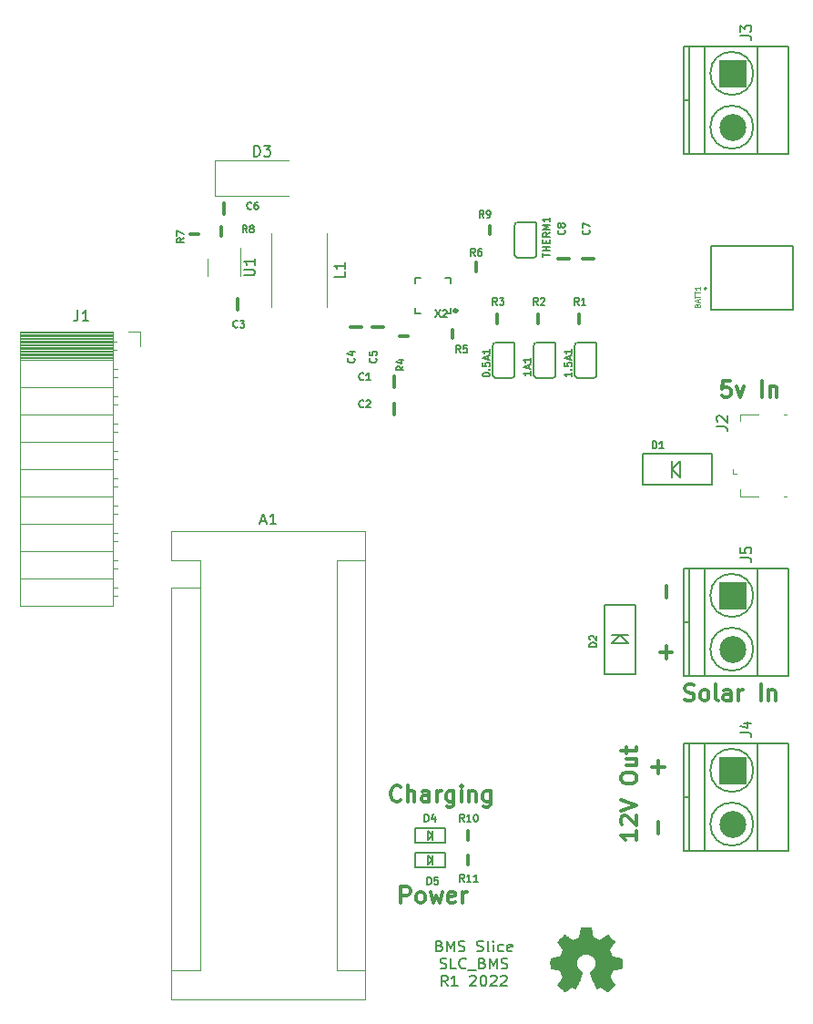
<source format=gbr>
%TF.GenerationSoftware,KiCad,Pcbnew,(6.0.2)*%
%TF.CreationDate,2022-12-13T09:45:59-05:00*%
%TF.ProjectId,BREAD_Slice,42524541-445f-4536-9c69-63652e6b6963,rev?*%
%TF.SameCoordinates,Original*%
%TF.FileFunction,Legend,Top*%
%TF.FilePolarity,Positive*%
%FSLAX46Y46*%
G04 Gerber Fmt 4.6, Leading zero omitted, Abs format (unit mm)*
G04 Created by KiCad (PCBNEW (6.0.2)) date 2022-12-13 09:45:59*
%MOMM*%
%LPD*%
G01*
G04 APERTURE LIST*
%ADD10C,0.300000*%
%ADD11C,0.150000*%
%ADD12C,0.146304*%
%ADD13C,0.120000*%
%ADD14C,0.304800*%
%ADD15C,0.010000*%
%ADD16C,0.203200*%
%ADD17C,0.127000*%
%ADD18C,0.200000*%
%ADD19R,2.500000X2.500000*%
%ADD20C,2.500000*%
G04 APERTURE END LIST*
D10*
X178880857Y-117384857D02*
X178880857Y-118527714D01*
X178309428Y-117956285D02*
X179452285Y-117956285D01*
X178880857Y-123027714D02*
X178880857Y-124170571D01*
X154918000Y-121031714D02*
X154846571Y-121103142D01*
X154632285Y-121174571D01*
X154489428Y-121174571D01*
X154275142Y-121103142D01*
X154132285Y-120960285D01*
X154060857Y-120817428D01*
X153989428Y-120531714D01*
X153989428Y-120317428D01*
X154060857Y-120031714D01*
X154132285Y-119888857D01*
X154275142Y-119746000D01*
X154489428Y-119674571D01*
X154632285Y-119674571D01*
X154846571Y-119746000D01*
X154918000Y-119817428D01*
X155560857Y-121174571D02*
X155560857Y-119674571D01*
X156203714Y-121174571D02*
X156203714Y-120388857D01*
X156132285Y-120246000D01*
X155989428Y-120174571D01*
X155775142Y-120174571D01*
X155632285Y-120246000D01*
X155560857Y-120317428D01*
X157560857Y-121174571D02*
X157560857Y-120388857D01*
X157489428Y-120246000D01*
X157346571Y-120174571D01*
X157060857Y-120174571D01*
X156918000Y-120246000D01*
X157560857Y-121103142D02*
X157418000Y-121174571D01*
X157060857Y-121174571D01*
X156918000Y-121103142D01*
X156846571Y-120960285D01*
X156846571Y-120817428D01*
X156918000Y-120674571D01*
X157060857Y-120603142D01*
X157418000Y-120603142D01*
X157560857Y-120531714D01*
X158275142Y-121174571D02*
X158275142Y-120174571D01*
X158275142Y-120460285D02*
X158346571Y-120317428D01*
X158418000Y-120246000D01*
X158560857Y-120174571D01*
X158703714Y-120174571D01*
X159846571Y-120174571D02*
X159846571Y-121388857D01*
X159775142Y-121531714D01*
X159703714Y-121603142D01*
X159560857Y-121674571D01*
X159346571Y-121674571D01*
X159203714Y-121603142D01*
X159846571Y-121103142D02*
X159703714Y-121174571D01*
X159418000Y-121174571D01*
X159275142Y-121103142D01*
X159203714Y-121031714D01*
X159132285Y-120888857D01*
X159132285Y-120460285D01*
X159203714Y-120317428D01*
X159275142Y-120246000D01*
X159418000Y-120174571D01*
X159703714Y-120174571D01*
X159846571Y-120246000D01*
X160560857Y-121174571D02*
X160560857Y-120174571D01*
X160560857Y-119674571D02*
X160489428Y-119746000D01*
X160560857Y-119817428D01*
X160632285Y-119746000D01*
X160560857Y-119674571D01*
X160560857Y-119817428D01*
X161275142Y-120174571D02*
X161275142Y-121174571D01*
X161275142Y-120317428D02*
X161346571Y-120246000D01*
X161489428Y-120174571D01*
X161703714Y-120174571D01*
X161846571Y-120246000D01*
X161918000Y-120388857D01*
X161918000Y-121174571D01*
X163275142Y-120174571D02*
X163275142Y-121388857D01*
X163203714Y-121531714D01*
X163132285Y-121603142D01*
X162989428Y-121674571D01*
X162775142Y-121674571D01*
X162632285Y-121603142D01*
X163275142Y-121103142D02*
X163132285Y-121174571D01*
X162846571Y-121174571D01*
X162703714Y-121103142D01*
X162632285Y-121031714D01*
X162560857Y-120888857D01*
X162560857Y-120460285D01*
X162632285Y-120317428D01*
X162703714Y-120246000D01*
X162846571Y-120174571D01*
X163132285Y-120174571D01*
X163275142Y-120246000D01*
X176872571Y-123888857D02*
X176872571Y-124746000D01*
X176872571Y-124317428D02*
X175372571Y-124317428D01*
X175586857Y-124460285D01*
X175729714Y-124603142D01*
X175801142Y-124746000D01*
X175515428Y-123317428D02*
X175444000Y-123246000D01*
X175372571Y-123103142D01*
X175372571Y-122746000D01*
X175444000Y-122603142D01*
X175515428Y-122531714D01*
X175658285Y-122460285D01*
X175801142Y-122460285D01*
X176015428Y-122531714D01*
X176872571Y-123388857D01*
X176872571Y-122460285D01*
X175372571Y-122031714D02*
X176872571Y-121531714D01*
X175372571Y-121031714D01*
X175372571Y-119103142D02*
X175372571Y-118817428D01*
X175444000Y-118674571D01*
X175586857Y-118531714D01*
X175872571Y-118460285D01*
X176372571Y-118460285D01*
X176658285Y-118531714D01*
X176801142Y-118674571D01*
X176872571Y-118817428D01*
X176872571Y-119103142D01*
X176801142Y-119246000D01*
X176658285Y-119388857D01*
X176372571Y-119460285D01*
X175872571Y-119460285D01*
X175586857Y-119388857D01*
X175444000Y-119246000D01*
X175372571Y-119103142D01*
X175872571Y-117174571D02*
X176872571Y-117174571D01*
X175872571Y-117817428D02*
X176658285Y-117817428D01*
X176801142Y-117746000D01*
X176872571Y-117603142D01*
X176872571Y-117388857D01*
X176801142Y-117246000D01*
X176729714Y-117174571D01*
X175872571Y-116674571D02*
X175872571Y-116103142D01*
X175372571Y-116460285D02*
X176658285Y-116460285D01*
X176801142Y-116388857D01*
X176872571Y-116246000D01*
X176872571Y-116103142D01*
X179603142Y-107859142D02*
X179603142Y-106716285D01*
X180174571Y-107287714D02*
X179031714Y-107287714D01*
X179603142Y-102216285D02*
X179603142Y-101073428D01*
X154941714Y-130572571D02*
X154941714Y-129072571D01*
X155513142Y-129072571D01*
X155656000Y-129144000D01*
X155727428Y-129215428D01*
X155798857Y-129358285D01*
X155798857Y-129572571D01*
X155727428Y-129715428D01*
X155656000Y-129786857D01*
X155513142Y-129858285D01*
X154941714Y-129858285D01*
X156656000Y-130572571D02*
X156513142Y-130501142D01*
X156441714Y-130429714D01*
X156370285Y-130286857D01*
X156370285Y-129858285D01*
X156441714Y-129715428D01*
X156513142Y-129644000D01*
X156656000Y-129572571D01*
X156870285Y-129572571D01*
X157013142Y-129644000D01*
X157084571Y-129715428D01*
X157156000Y-129858285D01*
X157156000Y-130286857D01*
X157084571Y-130429714D01*
X157013142Y-130501142D01*
X156870285Y-130572571D01*
X156656000Y-130572571D01*
X157656000Y-129572571D02*
X157941714Y-130572571D01*
X158227428Y-129858285D01*
X158513142Y-130572571D01*
X158798857Y-129572571D01*
X159941714Y-130501142D02*
X159798857Y-130572571D01*
X159513142Y-130572571D01*
X159370285Y-130501142D01*
X159298857Y-130358285D01*
X159298857Y-129786857D01*
X159370285Y-129644000D01*
X159513142Y-129572571D01*
X159798857Y-129572571D01*
X159941714Y-129644000D01*
X160013142Y-129786857D01*
X160013142Y-129929714D01*
X159298857Y-130072571D01*
X160656000Y-130572571D02*
X160656000Y-129572571D01*
X160656000Y-129858285D02*
X160727428Y-129715428D01*
X160798857Y-129644000D01*
X160941714Y-129572571D01*
X161084571Y-129572571D01*
D11*
X158525523Y-134562571D02*
X158668380Y-134610190D01*
X158716000Y-134657809D01*
X158763619Y-134753047D01*
X158763619Y-134895904D01*
X158716000Y-134991142D01*
X158668380Y-135038761D01*
X158573142Y-135086380D01*
X158192190Y-135086380D01*
X158192190Y-134086380D01*
X158525523Y-134086380D01*
X158620761Y-134134000D01*
X158668380Y-134181619D01*
X158716000Y-134276857D01*
X158716000Y-134372095D01*
X158668380Y-134467333D01*
X158620761Y-134514952D01*
X158525523Y-134562571D01*
X158192190Y-134562571D01*
X159192190Y-135086380D02*
X159192190Y-134086380D01*
X159525523Y-134800666D01*
X159858857Y-134086380D01*
X159858857Y-135086380D01*
X160287428Y-135038761D02*
X160430285Y-135086380D01*
X160668380Y-135086380D01*
X160763619Y-135038761D01*
X160811238Y-134991142D01*
X160858857Y-134895904D01*
X160858857Y-134800666D01*
X160811238Y-134705428D01*
X160763619Y-134657809D01*
X160668380Y-134610190D01*
X160477904Y-134562571D01*
X160382666Y-134514952D01*
X160335047Y-134467333D01*
X160287428Y-134372095D01*
X160287428Y-134276857D01*
X160335047Y-134181619D01*
X160382666Y-134134000D01*
X160477904Y-134086380D01*
X160716000Y-134086380D01*
X160858857Y-134134000D01*
X162001714Y-135038761D02*
X162144571Y-135086380D01*
X162382666Y-135086380D01*
X162477904Y-135038761D01*
X162525523Y-134991142D01*
X162573142Y-134895904D01*
X162573142Y-134800666D01*
X162525523Y-134705428D01*
X162477904Y-134657809D01*
X162382666Y-134610190D01*
X162192190Y-134562571D01*
X162096952Y-134514952D01*
X162049333Y-134467333D01*
X162001714Y-134372095D01*
X162001714Y-134276857D01*
X162049333Y-134181619D01*
X162096952Y-134134000D01*
X162192190Y-134086380D01*
X162430285Y-134086380D01*
X162573142Y-134134000D01*
X163144571Y-135086380D02*
X163049333Y-135038761D01*
X163001714Y-134943523D01*
X163001714Y-134086380D01*
X163525523Y-135086380D02*
X163525523Y-134419714D01*
X163525523Y-134086380D02*
X163477904Y-134134000D01*
X163525523Y-134181619D01*
X163573142Y-134134000D01*
X163525523Y-134086380D01*
X163525523Y-134181619D01*
X164430285Y-135038761D02*
X164335047Y-135086380D01*
X164144571Y-135086380D01*
X164049333Y-135038761D01*
X164001714Y-134991142D01*
X163954095Y-134895904D01*
X163954095Y-134610190D01*
X164001714Y-134514952D01*
X164049333Y-134467333D01*
X164144571Y-134419714D01*
X164335047Y-134419714D01*
X164430285Y-134467333D01*
X165239809Y-135038761D02*
X165144571Y-135086380D01*
X164954095Y-135086380D01*
X164858857Y-135038761D01*
X164811238Y-134943523D01*
X164811238Y-134562571D01*
X164858857Y-134467333D01*
X164954095Y-134419714D01*
X165144571Y-134419714D01*
X165239809Y-134467333D01*
X165287428Y-134562571D01*
X165287428Y-134657809D01*
X164811238Y-134753047D01*
X158596952Y-136648761D02*
X158739809Y-136696380D01*
X158977904Y-136696380D01*
X159073142Y-136648761D01*
X159120761Y-136601142D01*
X159168380Y-136505904D01*
X159168380Y-136410666D01*
X159120761Y-136315428D01*
X159073142Y-136267809D01*
X158977904Y-136220190D01*
X158787428Y-136172571D01*
X158692190Y-136124952D01*
X158644571Y-136077333D01*
X158596952Y-135982095D01*
X158596952Y-135886857D01*
X158644571Y-135791619D01*
X158692190Y-135744000D01*
X158787428Y-135696380D01*
X159025523Y-135696380D01*
X159168380Y-135744000D01*
X160073142Y-136696380D02*
X159596952Y-136696380D01*
X159596952Y-135696380D01*
X160977904Y-136601142D02*
X160930285Y-136648761D01*
X160787428Y-136696380D01*
X160692190Y-136696380D01*
X160549333Y-136648761D01*
X160454095Y-136553523D01*
X160406476Y-136458285D01*
X160358857Y-136267809D01*
X160358857Y-136124952D01*
X160406476Y-135934476D01*
X160454095Y-135839238D01*
X160549333Y-135744000D01*
X160692190Y-135696380D01*
X160787428Y-135696380D01*
X160930285Y-135744000D01*
X160977904Y-135791619D01*
X161168380Y-136791619D02*
X161930285Y-136791619D01*
X162501714Y-136172571D02*
X162644571Y-136220190D01*
X162692190Y-136267809D01*
X162739809Y-136363047D01*
X162739809Y-136505904D01*
X162692190Y-136601142D01*
X162644571Y-136648761D01*
X162549333Y-136696380D01*
X162168380Y-136696380D01*
X162168380Y-135696380D01*
X162501714Y-135696380D01*
X162596952Y-135744000D01*
X162644571Y-135791619D01*
X162692190Y-135886857D01*
X162692190Y-135982095D01*
X162644571Y-136077333D01*
X162596952Y-136124952D01*
X162501714Y-136172571D01*
X162168380Y-136172571D01*
X163168380Y-136696380D02*
X163168380Y-135696380D01*
X163501714Y-136410666D01*
X163835047Y-135696380D01*
X163835047Y-136696380D01*
X164263619Y-136648761D02*
X164406476Y-136696380D01*
X164644571Y-136696380D01*
X164739809Y-136648761D01*
X164787428Y-136601142D01*
X164835047Y-136505904D01*
X164835047Y-136410666D01*
X164787428Y-136315428D01*
X164739809Y-136267809D01*
X164644571Y-136220190D01*
X164454095Y-136172571D01*
X164358857Y-136124952D01*
X164311238Y-136077333D01*
X164263619Y-135982095D01*
X164263619Y-135886857D01*
X164311238Y-135791619D01*
X164358857Y-135744000D01*
X164454095Y-135696380D01*
X164692190Y-135696380D01*
X164835047Y-135744000D01*
X159263619Y-138306380D02*
X158930285Y-137830190D01*
X158692190Y-138306380D02*
X158692190Y-137306380D01*
X159073142Y-137306380D01*
X159168380Y-137354000D01*
X159216000Y-137401619D01*
X159263619Y-137496857D01*
X159263619Y-137639714D01*
X159216000Y-137734952D01*
X159168380Y-137782571D01*
X159073142Y-137830190D01*
X158692190Y-137830190D01*
X160216000Y-138306380D02*
X159644571Y-138306380D01*
X159930285Y-138306380D02*
X159930285Y-137306380D01*
X159835047Y-137449238D01*
X159739809Y-137544476D01*
X159644571Y-137592095D01*
X161358857Y-137401619D02*
X161406476Y-137354000D01*
X161501714Y-137306380D01*
X161739809Y-137306380D01*
X161835047Y-137354000D01*
X161882666Y-137401619D01*
X161930285Y-137496857D01*
X161930285Y-137592095D01*
X161882666Y-137734952D01*
X161311238Y-138306380D01*
X161930285Y-138306380D01*
X162549333Y-137306380D02*
X162644571Y-137306380D01*
X162739809Y-137354000D01*
X162787428Y-137401619D01*
X162835047Y-137496857D01*
X162882666Y-137687333D01*
X162882666Y-137925428D01*
X162835047Y-138115904D01*
X162787428Y-138211142D01*
X162739809Y-138258761D01*
X162644571Y-138306380D01*
X162549333Y-138306380D01*
X162454095Y-138258761D01*
X162406476Y-138211142D01*
X162358857Y-138115904D01*
X162311238Y-137925428D01*
X162311238Y-137687333D01*
X162358857Y-137496857D01*
X162406476Y-137401619D01*
X162454095Y-137354000D01*
X162549333Y-137306380D01*
X163263619Y-137401619D02*
X163311238Y-137354000D01*
X163406476Y-137306380D01*
X163644571Y-137306380D01*
X163739809Y-137354000D01*
X163787428Y-137401619D01*
X163835047Y-137496857D01*
X163835047Y-137592095D01*
X163787428Y-137734952D01*
X163216000Y-138306380D01*
X163835047Y-138306380D01*
X164216000Y-137401619D02*
X164263619Y-137354000D01*
X164358857Y-137306380D01*
X164596952Y-137306380D01*
X164692190Y-137354000D01*
X164739809Y-137401619D01*
X164787428Y-137496857D01*
X164787428Y-137592095D01*
X164739809Y-137734952D01*
X164168380Y-138306380D01*
X164787428Y-138306380D01*
D10*
X185548571Y-82082571D02*
X184834285Y-82082571D01*
X184762857Y-82796857D01*
X184834285Y-82725428D01*
X184977142Y-82654000D01*
X185334285Y-82654000D01*
X185477142Y-82725428D01*
X185548571Y-82796857D01*
X185620000Y-82939714D01*
X185620000Y-83296857D01*
X185548571Y-83439714D01*
X185477142Y-83511142D01*
X185334285Y-83582571D01*
X184977142Y-83582571D01*
X184834285Y-83511142D01*
X184762857Y-83439714D01*
X186120000Y-82582571D02*
X186477142Y-83582571D01*
X186834285Y-82582571D01*
X188548571Y-83582571D02*
X188548571Y-82082571D01*
X189262857Y-82582571D02*
X189262857Y-83582571D01*
X189262857Y-82725428D02*
X189334285Y-82654000D01*
X189477142Y-82582571D01*
X189691428Y-82582571D01*
X189834285Y-82654000D01*
X189905714Y-82796857D01*
X189905714Y-83582571D01*
X181342000Y-111705142D02*
X181556285Y-111776571D01*
X181913428Y-111776571D01*
X182056285Y-111705142D01*
X182127714Y-111633714D01*
X182199142Y-111490857D01*
X182199142Y-111348000D01*
X182127714Y-111205142D01*
X182056285Y-111133714D01*
X181913428Y-111062285D01*
X181627714Y-110990857D01*
X181484857Y-110919428D01*
X181413428Y-110848000D01*
X181342000Y-110705142D01*
X181342000Y-110562285D01*
X181413428Y-110419428D01*
X181484857Y-110348000D01*
X181627714Y-110276571D01*
X181984857Y-110276571D01*
X182199142Y-110348000D01*
X183056285Y-111776571D02*
X182913428Y-111705142D01*
X182842000Y-111633714D01*
X182770571Y-111490857D01*
X182770571Y-111062285D01*
X182842000Y-110919428D01*
X182913428Y-110848000D01*
X183056285Y-110776571D01*
X183270571Y-110776571D01*
X183413428Y-110848000D01*
X183484857Y-110919428D01*
X183556285Y-111062285D01*
X183556285Y-111490857D01*
X183484857Y-111633714D01*
X183413428Y-111705142D01*
X183270571Y-111776571D01*
X183056285Y-111776571D01*
X184413428Y-111776571D02*
X184270571Y-111705142D01*
X184199142Y-111562285D01*
X184199142Y-110276571D01*
X185627714Y-111776571D02*
X185627714Y-110990857D01*
X185556285Y-110848000D01*
X185413428Y-110776571D01*
X185127714Y-110776571D01*
X184984857Y-110848000D01*
X185627714Y-111705142D02*
X185484857Y-111776571D01*
X185127714Y-111776571D01*
X184984857Y-111705142D01*
X184913428Y-111562285D01*
X184913428Y-111419428D01*
X184984857Y-111276571D01*
X185127714Y-111205142D01*
X185484857Y-111205142D01*
X185627714Y-111133714D01*
X186342000Y-111776571D02*
X186342000Y-110776571D01*
X186342000Y-111062285D02*
X186413428Y-110919428D01*
X186484857Y-110848000D01*
X186627714Y-110776571D01*
X186770571Y-110776571D01*
X188413428Y-111776571D02*
X188413428Y-110276571D01*
X189127714Y-110776571D02*
X189127714Y-111776571D01*
X189127714Y-110919428D02*
X189199142Y-110848000D01*
X189342000Y-110776571D01*
X189556285Y-110776571D01*
X189699142Y-110848000D01*
X189770571Y-110990857D01*
X189770571Y-111776571D01*
D11*
%TO.C,A1*%
X141905714Y-95086666D02*
X142381904Y-95086666D01*
X141810476Y-95372380D02*
X142143809Y-94372380D01*
X142477142Y-95372380D01*
X143334285Y-95372380D02*
X142762857Y-95372380D01*
X143048571Y-95372380D02*
X143048571Y-94372380D01*
X142953333Y-94515238D01*
X142858095Y-94610476D01*
X142762857Y-94658095D01*
D12*
%TO.C,C2*%
X151461192Y-84459786D02*
X151429454Y-84491524D01*
X151334241Y-84523262D01*
X151270765Y-84523262D01*
X151175551Y-84491524D01*
X151112075Y-84428048D01*
X151080337Y-84364572D01*
X151048599Y-84237620D01*
X151048599Y-84142407D01*
X151080337Y-84015455D01*
X151112075Y-83951979D01*
X151175551Y-83888504D01*
X151270765Y-83856766D01*
X151334241Y-83856766D01*
X151429454Y-83888504D01*
X151461192Y-83920241D01*
X151715095Y-83920241D02*
X151746833Y-83888504D01*
X151810309Y-83856766D01*
X151968999Y-83856766D01*
X152032474Y-83888504D01*
X152064212Y-83920241D01*
X152095950Y-83983717D01*
X152095950Y-84047193D01*
X152064212Y-84142407D01*
X151683358Y-84523262D01*
X152095950Y-84523262D01*
D11*
%TO.C,J1*%
X124886666Y-75482380D02*
X124886666Y-76196666D01*
X124839047Y-76339523D01*
X124743809Y-76434761D01*
X124600952Y-76482380D01*
X124505714Y-76482380D01*
X125886666Y-76482380D02*
X125315238Y-76482380D01*
X125600952Y-76482380D02*
X125600952Y-75482380D01*
X125505714Y-75625238D01*
X125410476Y-75720476D01*
X125315238Y-75768095D01*
D12*
%TO.C,C1*%
X151461192Y-81919786D02*
X151429454Y-81951524D01*
X151334241Y-81983262D01*
X151270765Y-81983262D01*
X151175551Y-81951524D01*
X151112075Y-81888048D01*
X151080337Y-81824572D01*
X151048599Y-81697620D01*
X151048599Y-81602407D01*
X151080337Y-81475455D01*
X151112075Y-81411979D01*
X151175551Y-81348504D01*
X151270765Y-81316766D01*
X151334241Y-81316766D01*
X151429454Y-81348504D01*
X151461192Y-81380241D01*
X152095950Y-81983262D02*
X151715095Y-81983262D01*
X151905523Y-81983262D02*
X151905523Y-81316766D01*
X151842047Y-81411979D01*
X151778571Y-81475455D01*
X151715095Y-81507193D01*
%TO.C,C3*%
X139744641Y-77037322D02*
X139712904Y-77069060D01*
X139617690Y-77100798D01*
X139554214Y-77100798D01*
X139459000Y-77069060D01*
X139395525Y-77005584D01*
X139363787Y-76942108D01*
X139332049Y-76815156D01*
X139332049Y-76719943D01*
X139363787Y-76592991D01*
X139395525Y-76529515D01*
X139459000Y-76466040D01*
X139554214Y-76434302D01*
X139617690Y-76434302D01*
X139712904Y-76466040D01*
X139744641Y-76497777D01*
X139966807Y-76434302D02*
X140379400Y-76434302D01*
X140157234Y-76688205D01*
X140252448Y-76688205D01*
X140315924Y-76719943D01*
X140347662Y-76751681D01*
X140379400Y-76815156D01*
X140379400Y-76973846D01*
X140347662Y-77037322D01*
X140315924Y-77069060D01*
X140252448Y-77100798D01*
X140062021Y-77100798D01*
X139998545Y-77069060D01*
X139966807Y-77037322D01*
%TO.C,C4*%
X150571786Y-79950807D02*
X150603524Y-79982545D01*
X150635262Y-80077758D01*
X150635262Y-80141234D01*
X150603524Y-80236448D01*
X150540048Y-80299924D01*
X150476572Y-80331662D01*
X150349620Y-80363400D01*
X150254407Y-80363400D01*
X150127455Y-80331662D01*
X150063979Y-80299924D01*
X150000504Y-80236448D01*
X149968766Y-80141234D01*
X149968766Y-80077758D01*
X150000504Y-79982545D01*
X150032241Y-79950807D01*
X150190931Y-79379525D02*
X150635262Y-79379525D01*
X149937028Y-79538214D02*
X150413096Y-79696904D01*
X150413096Y-79284311D01*
%TO.C,C5*%
X152603786Y-79950807D02*
X152635524Y-79982545D01*
X152667262Y-80077758D01*
X152667262Y-80141234D01*
X152635524Y-80236448D01*
X152572048Y-80299924D01*
X152508572Y-80331662D01*
X152381620Y-80363400D01*
X152286407Y-80363400D01*
X152159455Y-80331662D01*
X152095979Y-80299924D01*
X152032504Y-80236448D01*
X152000766Y-80141234D01*
X152000766Y-80077758D01*
X152032504Y-79982545D01*
X152064241Y-79950807D01*
X152000766Y-79347787D02*
X152000766Y-79665166D01*
X152318145Y-79696904D01*
X152286407Y-79665166D01*
X152254669Y-79601690D01*
X152254669Y-79443000D01*
X152286407Y-79379525D01*
X152318145Y-79347787D01*
X152381620Y-79316049D01*
X152540310Y-79316049D01*
X152603786Y-79347787D01*
X152635524Y-79379525D01*
X152667262Y-79443000D01*
X152667262Y-79601690D01*
X152635524Y-79665166D01*
X152603786Y-79696904D01*
%TO.C,C6*%
X141047192Y-66044786D02*
X141015454Y-66076524D01*
X140920241Y-66108262D01*
X140856765Y-66108262D01*
X140761551Y-66076524D01*
X140698075Y-66013048D01*
X140666337Y-65949572D01*
X140634599Y-65822620D01*
X140634599Y-65727407D01*
X140666337Y-65600455D01*
X140698075Y-65536979D01*
X140761551Y-65473504D01*
X140856765Y-65441766D01*
X140920241Y-65441766D01*
X141015454Y-65473504D01*
X141047192Y-65505241D01*
X141618474Y-65441766D02*
X141491523Y-65441766D01*
X141428047Y-65473504D01*
X141396309Y-65505241D01*
X141332833Y-65600455D01*
X141301095Y-65727407D01*
X141301095Y-65981310D01*
X141332833Y-66044786D01*
X141364571Y-66076524D01*
X141428047Y-66108262D01*
X141554999Y-66108262D01*
X141618474Y-66076524D01*
X141650212Y-66044786D01*
X141681950Y-65981310D01*
X141681950Y-65822620D01*
X141650212Y-65759145D01*
X141618474Y-65727407D01*
X141554999Y-65695669D01*
X141428047Y-65695669D01*
X141364571Y-65727407D01*
X141332833Y-65759145D01*
X141301095Y-65822620D01*
%TO.C,D1*%
X178352787Y-88333262D02*
X178352787Y-87666766D01*
X178511476Y-87666766D01*
X178606690Y-87698504D01*
X178670166Y-87761979D01*
X178701904Y-87825455D01*
X178733641Y-87952407D01*
X178733641Y-88047620D01*
X178701904Y-88174572D01*
X178670166Y-88238048D01*
X178606690Y-88301524D01*
X178511476Y-88333262D01*
X178352787Y-88333262D01*
X179368400Y-88333262D02*
X178987545Y-88333262D01*
X179177972Y-88333262D02*
X179177972Y-87666766D01*
X179114496Y-87761979D01*
X179051021Y-87825455D01*
X178987545Y-87857193D01*
%TO.C,D2*%
X173114262Y-106747662D02*
X172447766Y-106747662D01*
X172447766Y-106588972D01*
X172479504Y-106493758D01*
X172542979Y-106430283D01*
X172606455Y-106398545D01*
X172733407Y-106366807D01*
X172828620Y-106366807D01*
X172955572Y-106398545D01*
X173019048Y-106430283D01*
X173082524Y-106493758D01*
X173114262Y-106588972D01*
X173114262Y-106747662D01*
X172511241Y-106112904D02*
X172479504Y-106081166D01*
X172447766Y-106017690D01*
X172447766Y-105859000D01*
X172479504Y-105795525D01*
X172511241Y-105763787D01*
X172574717Y-105732049D01*
X172638193Y-105732049D01*
X172733407Y-105763787D01*
X173114262Y-106144641D01*
X173114262Y-105732049D01*
D11*
%TO.C,D3*%
X141267504Y-61196780D02*
X141267504Y-60196780D01*
X141505600Y-60196780D01*
X141648457Y-60244400D01*
X141743695Y-60339638D01*
X141791314Y-60434876D01*
X141838933Y-60625352D01*
X141838933Y-60768209D01*
X141791314Y-60958685D01*
X141743695Y-61053923D01*
X141648457Y-61149161D01*
X141505600Y-61196780D01*
X141267504Y-61196780D01*
X142172266Y-60196780D02*
X142791314Y-60196780D01*
X142457980Y-60577733D01*
X142600838Y-60577733D01*
X142696076Y-60625352D01*
X142743695Y-60672971D01*
X142791314Y-60768209D01*
X142791314Y-61006304D01*
X142743695Y-61101542D01*
X142696076Y-61149161D01*
X142600838Y-61196780D01*
X142315123Y-61196780D01*
X142219885Y-61149161D01*
X142172266Y-61101542D01*
D12*
%TO.C,D4*%
X157143787Y-123004262D02*
X157143787Y-122337766D01*
X157302476Y-122337766D01*
X157397690Y-122369504D01*
X157461166Y-122432979D01*
X157492904Y-122496455D01*
X157524641Y-122623407D01*
X157524641Y-122718620D01*
X157492904Y-122845572D01*
X157461166Y-122909048D01*
X157397690Y-122972524D01*
X157302476Y-123004262D01*
X157143787Y-123004262D01*
X158095924Y-122559931D02*
X158095924Y-123004262D01*
X157937234Y-122306028D02*
X157778545Y-122782096D01*
X158191137Y-122782096D01*
D11*
%TO.C,J2*%
X184282380Y-86285333D02*
X184996666Y-86285333D01*
X185139523Y-86332952D01*
X185234761Y-86428190D01*
X185282380Y-86571047D01*
X185282380Y-86666285D01*
X184377619Y-85856761D02*
X184330000Y-85809142D01*
X184282380Y-85713904D01*
X184282380Y-85475809D01*
X184330000Y-85380571D01*
X184377619Y-85332952D01*
X184472857Y-85285333D01*
X184568095Y-85285333D01*
X184710952Y-85332952D01*
X185282380Y-85904380D01*
X185282380Y-85285333D01*
%TO.C,L1*%
X149722380Y-71929202D02*
X149722380Y-72405393D01*
X148722380Y-72405393D01*
X149722380Y-71072059D02*
X149722380Y-71643488D01*
X149722380Y-71357774D02*
X148722380Y-71357774D01*
X148865238Y-71453012D01*
X148960476Y-71548250D01*
X149008095Y-71643488D01*
D12*
%TO.C,R1*%
X171494641Y-74998262D02*
X171272476Y-74680883D01*
X171113787Y-74998262D02*
X171113787Y-74331766D01*
X171367690Y-74331766D01*
X171431166Y-74363504D01*
X171462904Y-74395241D01*
X171494641Y-74458717D01*
X171494641Y-74553931D01*
X171462904Y-74617407D01*
X171431166Y-74649145D01*
X171367690Y-74680883D01*
X171113787Y-74680883D01*
X172129400Y-74998262D02*
X171748545Y-74998262D01*
X171938972Y-74998262D02*
X171938972Y-74331766D01*
X171875496Y-74426979D01*
X171812021Y-74490455D01*
X171748545Y-74522193D01*
%TO.C,R2*%
X167684641Y-74998262D02*
X167462476Y-74680883D01*
X167303787Y-74998262D02*
X167303787Y-74331766D01*
X167557690Y-74331766D01*
X167621166Y-74363504D01*
X167652904Y-74395241D01*
X167684641Y-74458717D01*
X167684641Y-74553931D01*
X167652904Y-74617407D01*
X167621166Y-74649145D01*
X167557690Y-74680883D01*
X167303787Y-74680883D01*
X167938545Y-74395241D02*
X167970283Y-74363504D01*
X168033758Y-74331766D01*
X168192448Y-74331766D01*
X168255924Y-74363504D01*
X168287662Y-74395241D01*
X168319400Y-74458717D01*
X168319400Y-74522193D01*
X168287662Y-74617407D01*
X167906807Y-74998262D01*
X168319400Y-74998262D01*
%TO.C,R3*%
X163874641Y-74998262D02*
X163652476Y-74680883D01*
X163493787Y-74998262D02*
X163493787Y-74331766D01*
X163747690Y-74331766D01*
X163811166Y-74363504D01*
X163842904Y-74395241D01*
X163874641Y-74458717D01*
X163874641Y-74553931D01*
X163842904Y-74617407D01*
X163811166Y-74649145D01*
X163747690Y-74680883D01*
X163493787Y-74680883D01*
X164096807Y-74331766D02*
X164509400Y-74331766D01*
X164287234Y-74585669D01*
X164382448Y-74585669D01*
X164445924Y-74617407D01*
X164477662Y-74649145D01*
X164509400Y-74712620D01*
X164509400Y-74871310D01*
X164477662Y-74934786D01*
X164445924Y-74966524D01*
X164382448Y-74998262D01*
X164192021Y-74998262D01*
X164128545Y-74966524D01*
X164096807Y-74934786D01*
%TO.C,R4*%
X155181862Y-80687407D02*
X154864483Y-80909572D01*
X155181862Y-81068262D02*
X154515366Y-81068262D01*
X154515366Y-80814358D01*
X154547104Y-80750883D01*
X154578841Y-80719145D01*
X154642317Y-80687407D01*
X154737531Y-80687407D01*
X154801007Y-80719145D01*
X154832745Y-80750883D01*
X154864483Y-80814358D01*
X154864483Y-81068262D01*
X154737531Y-80116125D02*
X155181862Y-80116125D01*
X154483628Y-80274814D02*
X154959696Y-80433504D01*
X154959696Y-80020911D01*
%TO.C,R5*%
X160471041Y-79417862D02*
X160248876Y-79100483D01*
X160090187Y-79417862D02*
X160090187Y-78751366D01*
X160344090Y-78751366D01*
X160407566Y-78783104D01*
X160439304Y-78814841D01*
X160471041Y-78878317D01*
X160471041Y-78973531D01*
X160439304Y-79037007D01*
X160407566Y-79068745D01*
X160344090Y-79100483D01*
X160090187Y-79100483D01*
X161074062Y-78751366D02*
X160756683Y-78751366D01*
X160724945Y-79068745D01*
X160756683Y-79037007D01*
X160820158Y-79005269D01*
X160978848Y-79005269D01*
X161042324Y-79037007D01*
X161074062Y-79068745D01*
X161105800Y-79132220D01*
X161105800Y-79290910D01*
X161074062Y-79354386D01*
X161042324Y-79386124D01*
X160978848Y-79417862D01*
X160820158Y-79417862D01*
X160756683Y-79386124D01*
X160724945Y-79354386D01*
%TO.C,R6*%
X161842641Y-70426262D02*
X161620476Y-70108883D01*
X161461787Y-70426262D02*
X161461787Y-69759766D01*
X161715690Y-69759766D01*
X161779166Y-69791504D01*
X161810904Y-69823241D01*
X161842641Y-69886717D01*
X161842641Y-69981931D01*
X161810904Y-70045407D01*
X161779166Y-70077145D01*
X161715690Y-70108883D01*
X161461787Y-70108883D01*
X162413924Y-69759766D02*
X162286972Y-69759766D01*
X162223496Y-69791504D01*
X162191758Y-69823241D01*
X162128283Y-69918455D01*
X162096545Y-70045407D01*
X162096545Y-70299310D01*
X162128283Y-70362786D01*
X162160021Y-70394524D01*
X162223496Y-70426262D01*
X162350448Y-70426262D01*
X162413924Y-70394524D01*
X162445662Y-70362786D01*
X162477400Y-70299310D01*
X162477400Y-70140620D01*
X162445662Y-70077145D01*
X162413924Y-70045407D01*
X162350448Y-70013669D01*
X162223496Y-70013669D01*
X162160021Y-70045407D01*
X162128283Y-70077145D01*
X162096545Y-70140620D01*
%TO.C,R7*%
X134760262Y-68774807D02*
X134442883Y-68996972D01*
X134760262Y-69155662D02*
X134093766Y-69155662D01*
X134093766Y-68901758D01*
X134125504Y-68838283D01*
X134157241Y-68806545D01*
X134220717Y-68774807D01*
X134315931Y-68774807D01*
X134379407Y-68806545D01*
X134411145Y-68838283D01*
X134442883Y-68901758D01*
X134442883Y-69155662D01*
X134093766Y-68552641D02*
X134093766Y-68108311D01*
X134760262Y-68393952D01*
%TO.C,R8*%
X140608241Y-68267262D02*
X140386076Y-67949883D01*
X140227387Y-68267262D02*
X140227387Y-67600766D01*
X140481290Y-67600766D01*
X140544766Y-67632504D01*
X140576504Y-67664241D01*
X140608241Y-67727717D01*
X140608241Y-67822931D01*
X140576504Y-67886407D01*
X140544766Y-67918145D01*
X140481290Y-67949883D01*
X140227387Y-67949883D01*
X140989096Y-67886407D02*
X140925621Y-67854669D01*
X140893883Y-67822931D01*
X140862145Y-67759455D01*
X140862145Y-67727717D01*
X140893883Y-67664241D01*
X140925621Y-67632504D01*
X140989096Y-67600766D01*
X141116048Y-67600766D01*
X141179524Y-67632504D01*
X141211262Y-67664241D01*
X141243000Y-67727717D01*
X141243000Y-67759455D01*
X141211262Y-67822931D01*
X141179524Y-67854669D01*
X141116048Y-67886407D01*
X140989096Y-67886407D01*
X140925621Y-67918145D01*
X140893883Y-67949883D01*
X140862145Y-68013358D01*
X140862145Y-68140310D01*
X140893883Y-68203786D01*
X140925621Y-68235524D01*
X140989096Y-68267262D01*
X141116048Y-68267262D01*
X141179524Y-68235524D01*
X141211262Y-68203786D01*
X141243000Y-68140310D01*
X141243000Y-68013358D01*
X141211262Y-67949883D01*
X141179524Y-67918145D01*
X141116048Y-67886407D01*
%TO.C,R9*%
X162637192Y-66870262D02*
X162415027Y-66552883D01*
X162256337Y-66870262D02*
X162256337Y-66203766D01*
X162510241Y-66203766D01*
X162573716Y-66235504D01*
X162605454Y-66267241D01*
X162637192Y-66330717D01*
X162637192Y-66425931D01*
X162605454Y-66489407D01*
X162573716Y-66521145D01*
X162510241Y-66552883D01*
X162256337Y-66552883D01*
X162954571Y-66870262D02*
X163081523Y-66870262D01*
X163144999Y-66838524D01*
X163176737Y-66806786D01*
X163240212Y-66711572D01*
X163271950Y-66584620D01*
X163271950Y-66330717D01*
X163240212Y-66267241D01*
X163208474Y-66235504D01*
X163144999Y-66203766D01*
X163018047Y-66203766D01*
X162954571Y-66235504D01*
X162922833Y-66267241D01*
X162891095Y-66330717D01*
X162891095Y-66489407D01*
X162922833Y-66552883D01*
X162954571Y-66584620D01*
X163018047Y-66616358D01*
X163144999Y-66616358D01*
X163208474Y-66584620D01*
X163240212Y-66552883D01*
X163271950Y-66489407D01*
D11*
%TO.C,U1*%
X140327380Y-72270440D02*
X141136904Y-72270440D01*
X141232142Y-72222821D01*
X141279761Y-72175202D01*
X141327380Y-72079964D01*
X141327380Y-71889488D01*
X141279761Y-71794250D01*
X141232142Y-71746631D01*
X141136904Y-71699012D01*
X140327380Y-71699012D01*
X141327380Y-70699012D02*
X141327380Y-71270440D01*
X141327380Y-70984726D02*
X140327380Y-70984726D01*
X140470238Y-71079964D01*
X140565476Y-71175202D01*
X140613095Y-71270440D01*
%TO.C,J4*%
X186522380Y-114773333D02*
X187236666Y-114773333D01*
X187379523Y-114820952D01*
X187474761Y-114916190D01*
X187522380Y-115059047D01*
X187522380Y-115154285D01*
X186855714Y-113868571D02*
X187522380Y-113868571D01*
X186474761Y-114106666D02*
X187189047Y-114344761D01*
X187189047Y-113725714D01*
%TO.C,J5*%
X186522380Y-98517333D02*
X187236666Y-98517333D01*
X187379523Y-98564952D01*
X187474761Y-98660190D01*
X187522380Y-98803047D01*
X187522380Y-98898285D01*
X186522380Y-97564952D02*
X186522380Y-98041142D01*
X186998571Y-98088761D01*
X186950952Y-98041142D01*
X186903333Y-97945904D01*
X186903333Y-97707809D01*
X186950952Y-97612571D01*
X186998571Y-97564952D01*
X187093809Y-97517333D01*
X187331904Y-97517333D01*
X187427142Y-97564952D01*
X187474761Y-97612571D01*
X187522380Y-97707809D01*
X187522380Y-97945904D01*
X187474761Y-98041142D01*
X187427142Y-98088761D01*
D12*
%TO.C,R11*%
X160826641Y-128592262D02*
X160604476Y-128274883D01*
X160445787Y-128592262D02*
X160445787Y-127925766D01*
X160699690Y-127925766D01*
X160763166Y-127957504D01*
X160794904Y-127989241D01*
X160826641Y-128052717D01*
X160826641Y-128147931D01*
X160794904Y-128211407D01*
X160763166Y-128243145D01*
X160699690Y-128274883D01*
X160445787Y-128274883D01*
X161461400Y-128592262D02*
X161080545Y-128592262D01*
X161270972Y-128592262D02*
X161270972Y-127925766D01*
X161207496Y-128020979D01*
X161144021Y-128084455D01*
X161080545Y-128116193D01*
X162096158Y-128592262D02*
X161715303Y-128592262D01*
X161905730Y-128592262D02*
X161905730Y-127925766D01*
X161842254Y-128020979D01*
X161778779Y-128084455D01*
X161715303Y-128116193D01*
%TO.C,1A1*%
X167018262Y-81158095D02*
X167018262Y-81538950D01*
X167018262Y-81348523D02*
X166351766Y-81348523D01*
X166446979Y-81411999D01*
X166510455Y-81475474D01*
X166542193Y-81538950D01*
X166827834Y-80904192D02*
X166827834Y-80586813D01*
X167018262Y-80967668D02*
X166351766Y-80745503D01*
X167018262Y-80523337D01*
X167018262Y-79952055D02*
X167018262Y-80332910D01*
X167018262Y-80142482D02*
X166351766Y-80142482D01*
X166446979Y-80205958D01*
X166510455Y-80269434D01*
X166542193Y-80332910D01*
%TO.C,0.5A1*%
X162541766Y-81507261D02*
X162541766Y-81443785D01*
X162573504Y-81380309D01*
X162605241Y-81348571D01*
X162668717Y-81316833D01*
X162795669Y-81285095D01*
X162954358Y-81285095D01*
X163081310Y-81316833D01*
X163144786Y-81348571D01*
X163176524Y-81380309D01*
X163208262Y-81443785D01*
X163208262Y-81507261D01*
X163176524Y-81570737D01*
X163144786Y-81602474D01*
X163081310Y-81634212D01*
X162954358Y-81665950D01*
X162795669Y-81665950D01*
X162668717Y-81634212D01*
X162605241Y-81602474D01*
X162573504Y-81570737D01*
X162541766Y-81507261D01*
X163144786Y-80999454D02*
X163176524Y-80967716D01*
X163208262Y-80999454D01*
X163176524Y-81031192D01*
X163144786Y-80999454D01*
X163208262Y-80999454D01*
X162541766Y-80364696D02*
X162541766Y-80682075D01*
X162859145Y-80713813D01*
X162827407Y-80682075D01*
X162795669Y-80618599D01*
X162795669Y-80459910D01*
X162827407Y-80396434D01*
X162859145Y-80364696D01*
X162922620Y-80332958D01*
X163081310Y-80332958D01*
X163144786Y-80364696D01*
X163176524Y-80396434D01*
X163208262Y-80459910D01*
X163208262Y-80618599D01*
X163176524Y-80682075D01*
X163144786Y-80713813D01*
X163017834Y-80079055D02*
X163017834Y-79761676D01*
X163208262Y-80142531D02*
X162541766Y-79920366D01*
X163208262Y-79698200D01*
X163208262Y-79126918D02*
X163208262Y-79507773D01*
X163208262Y-79317345D02*
X162541766Y-79317345D01*
X162636979Y-79380821D01*
X162700455Y-79444297D01*
X162732193Y-79507773D01*
%TO.C,X2*%
X158154599Y-75468766D02*
X158598930Y-76135262D01*
X158598930Y-75468766D02*
X158154599Y-76135262D01*
X158821095Y-75532241D02*
X158852833Y-75500504D01*
X158916309Y-75468766D01*
X159074999Y-75468766D01*
X159138474Y-75500504D01*
X159170212Y-75532241D01*
X159201950Y-75595717D01*
X159201950Y-75659193D01*
X159170212Y-75754407D01*
X158789358Y-76135262D01*
X159201950Y-76135262D01*
%TO.C,C8*%
X170129786Y-68045358D02*
X170161524Y-68077095D01*
X170193262Y-68172309D01*
X170193262Y-68235785D01*
X170161524Y-68330999D01*
X170098048Y-68394474D01*
X170034572Y-68426212D01*
X169907620Y-68457950D01*
X169812407Y-68457950D01*
X169685455Y-68426212D01*
X169621979Y-68394474D01*
X169558504Y-68330999D01*
X169526766Y-68235785D01*
X169526766Y-68172309D01*
X169558504Y-68077095D01*
X169590241Y-68045358D01*
X169812407Y-67664503D02*
X169780669Y-67727978D01*
X169748931Y-67759716D01*
X169685455Y-67791454D01*
X169653717Y-67791454D01*
X169590241Y-67759716D01*
X169558504Y-67727978D01*
X169526766Y-67664503D01*
X169526766Y-67537551D01*
X169558504Y-67474075D01*
X169590241Y-67442337D01*
X169653717Y-67410599D01*
X169685455Y-67410599D01*
X169748931Y-67442337D01*
X169780669Y-67474075D01*
X169812407Y-67537551D01*
X169812407Y-67664503D01*
X169844145Y-67727978D01*
X169875883Y-67759716D01*
X169939358Y-67791454D01*
X170066310Y-67791454D01*
X170129786Y-67759716D01*
X170161524Y-67727978D01*
X170193262Y-67664503D01*
X170193262Y-67537551D01*
X170161524Y-67474075D01*
X170129786Y-67442337D01*
X170066310Y-67410599D01*
X169939358Y-67410599D01*
X169875883Y-67442337D01*
X169844145Y-67474075D01*
X169812407Y-67537551D01*
D11*
%TO.C,J3*%
X186522380Y-50003333D02*
X187236666Y-50003333D01*
X187379523Y-50050952D01*
X187474761Y-50146190D01*
X187522380Y-50289047D01*
X187522380Y-50384285D01*
X186522380Y-49622380D02*
X186522380Y-49003333D01*
X186903333Y-49336666D01*
X186903333Y-49193809D01*
X186950952Y-49098571D01*
X186998571Y-49050952D01*
X187093809Y-49003333D01*
X187331904Y-49003333D01*
X187427142Y-49050952D01*
X187474761Y-49098571D01*
X187522380Y-49193809D01*
X187522380Y-49479523D01*
X187474761Y-49574761D01*
X187427142Y-49622380D01*
D12*
%TO.C,THERM1*%
X168129766Y-70551646D02*
X168129766Y-70170791D01*
X168796262Y-70361218D02*
X168129766Y-70361218D01*
X168796262Y-69948625D02*
X168129766Y-69948625D01*
X168447145Y-69948625D02*
X168447145Y-69567771D01*
X168796262Y-69567771D02*
X168129766Y-69567771D01*
X168447145Y-69250392D02*
X168447145Y-69028226D01*
X168796262Y-68933013D02*
X168796262Y-69250392D01*
X168129766Y-69250392D01*
X168129766Y-68933013D01*
X168796262Y-68266517D02*
X168478883Y-68488682D01*
X168796262Y-68647371D02*
X168129766Y-68647371D01*
X168129766Y-68393468D01*
X168161504Y-68329992D01*
X168193241Y-68298254D01*
X168256717Y-68266517D01*
X168351931Y-68266517D01*
X168415407Y-68298254D01*
X168447145Y-68329992D01*
X168478883Y-68393468D01*
X168478883Y-68647371D01*
X168796262Y-67980875D02*
X168129766Y-67980875D01*
X168605834Y-67758710D01*
X168129766Y-67536545D01*
X168796262Y-67536545D01*
X168796262Y-66870049D02*
X168796262Y-67250904D01*
X168796262Y-67060476D02*
X168129766Y-67060476D01*
X168224979Y-67123952D01*
X168288455Y-67187428D01*
X168320193Y-67250904D01*
%TO.C,1.5A1*%
X170828262Y-81285095D02*
X170828262Y-81665950D01*
X170828262Y-81475523D02*
X170161766Y-81475523D01*
X170256979Y-81538999D01*
X170320455Y-81602474D01*
X170352193Y-81665950D01*
X170764786Y-80999454D02*
X170796524Y-80967716D01*
X170828262Y-80999454D01*
X170796524Y-81031192D01*
X170764786Y-80999454D01*
X170828262Y-80999454D01*
X170161766Y-80364696D02*
X170161766Y-80682075D01*
X170479145Y-80713813D01*
X170447407Y-80682075D01*
X170415669Y-80618599D01*
X170415669Y-80459910D01*
X170447407Y-80396434D01*
X170479145Y-80364696D01*
X170542620Y-80332958D01*
X170701310Y-80332958D01*
X170764786Y-80364696D01*
X170796524Y-80396434D01*
X170828262Y-80459910D01*
X170828262Y-80618599D01*
X170796524Y-80682075D01*
X170764786Y-80713813D01*
X170637834Y-80079055D02*
X170637834Y-79761676D01*
X170828262Y-80142531D02*
X170161766Y-79920366D01*
X170828262Y-79698200D01*
X170828262Y-79126918D02*
X170828262Y-79507773D01*
X170828262Y-79317345D02*
X170161766Y-79317345D01*
X170256979Y-79380821D01*
X170320455Y-79444297D01*
X170352193Y-79507773D01*
%TO.C,C7*%
X172415786Y-68045358D02*
X172447524Y-68077095D01*
X172479262Y-68172309D01*
X172479262Y-68235785D01*
X172447524Y-68330999D01*
X172384048Y-68394474D01*
X172320572Y-68426212D01*
X172193620Y-68457950D01*
X172098407Y-68457950D01*
X171971455Y-68426212D01*
X171907979Y-68394474D01*
X171844504Y-68330999D01*
X171812766Y-68235785D01*
X171812766Y-68172309D01*
X171844504Y-68077095D01*
X171876241Y-68045358D01*
X171812766Y-67823192D02*
X171812766Y-67378862D01*
X172479262Y-67664503D01*
%TO.C,D5*%
X157397787Y-128846262D02*
X157397787Y-128179766D01*
X157556476Y-128179766D01*
X157651690Y-128211504D01*
X157715166Y-128274979D01*
X157746904Y-128338455D01*
X157778641Y-128465407D01*
X157778641Y-128560620D01*
X157746904Y-128687572D01*
X157715166Y-128751048D01*
X157651690Y-128814524D01*
X157556476Y-128846262D01*
X157397787Y-128846262D01*
X158381662Y-128179766D02*
X158064283Y-128179766D01*
X158032545Y-128497145D01*
X158064283Y-128465407D01*
X158127758Y-128433669D01*
X158286448Y-128433669D01*
X158349924Y-128465407D01*
X158381662Y-128497145D01*
X158413400Y-128560620D01*
X158413400Y-128719310D01*
X158381662Y-128782786D01*
X158349924Y-128814524D01*
X158286448Y-128846262D01*
X158127758Y-128846262D01*
X158064283Y-128814524D01*
X158032545Y-128782786D01*
%TO.C,R10*%
X160826641Y-123004262D02*
X160604476Y-122686883D01*
X160445787Y-123004262D02*
X160445787Y-122337766D01*
X160699690Y-122337766D01*
X160763166Y-122369504D01*
X160794904Y-122401241D01*
X160826641Y-122464717D01*
X160826641Y-122559931D01*
X160794904Y-122623407D01*
X160763166Y-122655145D01*
X160699690Y-122686883D01*
X160445787Y-122686883D01*
X161461400Y-123004262D02*
X161080545Y-123004262D01*
X161270972Y-123004262D02*
X161270972Y-122337766D01*
X161207496Y-122432979D01*
X161144021Y-122496455D01*
X161080545Y-122528193D01*
X161873992Y-122337766D02*
X161937468Y-122337766D01*
X162000944Y-122369504D01*
X162032682Y-122401241D01*
X162064420Y-122464717D01*
X162096158Y-122591669D01*
X162096158Y-122750358D01*
X162064420Y-122877310D01*
X162032682Y-122940786D01*
X162000944Y-122972524D01*
X161937468Y-123004262D01*
X161873992Y-123004262D01*
X161810517Y-122972524D01*
X161778779Y-122940786D01*
X161747041Y-122877310D01*
X161715303Y-122750358D01*
X161715303Y-122591669D01*
X161747041Y-122464717D01*
X161778779Y-122401241D01*
X161810517Y-122369504D01*
X161873992Y-122337766D01*
D13*
%TO.C,BATT1*%
X182483414Y-75031714D02*
X182506271Y-74963142D01*
X182529128Y-74940285D01*
X182574842Y-74917428D01*
X182643414Y-74917428D01*
X182689128Y-74940285D01*
X182711985Y-74963142D01*
X182734842Y-75008857D01*
X182734842Y-75191714D01*
X182254842Y-75191714D01*
X182254842Y-75031714D01*
X182277700Y-74986000D01*
X182300557Y-74963142D01*
X182346271Y-74940285D01*
X182391985Y-74940285D01*
X182437700Y-74963142D01*
X182460557Y-74986000D01*
X182483414Y-75031714D01*
X182483414Y-75191714D01*
X182597700Y-74734571D02*
X182597700Y-74506000D01*
X182734842Y-74780285D02*
X182254842Y-74620285D01*
X182734842Y-74460285D01*
X182254842Y-74368857D02*
X182254842Y-74094571D01*
X182734842Y-74231714D02*
X182254842Y-74231714D01*
X182254842Y-74003142D02*
X182254842Y-73728857D01*
X182734842Y-73866000D02*
X182254842Y-73866000D01*
X182734842Y-73317428D02*
X182734842Y-73591714D01*
X182734842Y-73454571D02*
X182254842Y-73454571D01*
X182323414Y-73500285D01*
X182369128Y-73546000D01*
X182391985Y-73591714D01*
%TO.C,A1*%
X136270000Y-101270000D02*
X136270000Y-98730000D01*
X133600000Y-96060000D02*
X133600000Y-98730000D01*
X148970000Y-98730000D02*
X151640000Y-98730000D01*
X136270000Y-98730000D02*
X133600000Y-98730000D01*
X148970000Y-98730000D02*
X148970000Y-136830000D01*
X133600000Y-139500000D02*
X151640000Y-139500000D01*
X151640000Y-96060000D02*
X133600000Y-96060000D01*
X136270000Y-136830000D02*
X133600000Y-136830000D01*
X133600000Y-101270000D02*
X133600000Y-139500000D01*
X148970000Y-136830000D02*
X151640000Y-136830000D01*
X136270000Y-101270000D02*
X136270000Y-136830000D01*
X136270000Y-101270000D02*
X133600000Y-101270000D01*
X151640000Y-139500000D02*
X151640000Y-96060000D01*
D14*
%TO.C,C2*%
X154350000Y-85190000D02*
X154350000Y-84174000D01*
D13*
%TO.C,J1*%
X128140000Y-93680000D02*
X128550000Y-93680000D01*
X119510000Y-77590000D02*
X128140000Y-77590000D01*
X128140000Y-98760000D02*
X128550000Y-98760000D01*
X128140000Y-89320000D02*
X128550000Y-89320000D01*
X119510000Y-79125235D02*
X128140000Y-79125235D01*
X119510000Y-77944285D02*
X128140000Y-77944285D01*
X128140000Y-101300000D02*
X128550000Y-101300000D01*
X119510000Y-79361425D02*
X128140000Y-79361425D01*
X128140000Y-86060000D02*
X128550000Y-86060000D01*
X119510000Y-79951900D02*
X128140000Y-79951900D01*
X119510000Y-97850000D02*
X128140000Y-97850000D01*
X119510000Y-79597615D02*
X128140000Y-79597615D01*
X119510000Y-77470000D02*
X128140000Y-77470000D01*
X119510000Y-77470000D02*
X119510000Y-102990000D01*
X119510000Y-85150000D02*
X128140000Y-85150000D01*
X128140000Y-77470000D02*
X128140000Y-102990000D01*
X119510000Y-102990000D02*
X128140000Y-102990000D01*
X119510000Y-78180475D02*
X128140000Y-78180475D01*
X119510000Y-78652855D02*
X128140000Y-78652855D01*
X119510000Y-80070000D02*
X128140000Y-80070000D01*
X119510000Y-87690000D02*
X128140000Y-87690000D01*
X119510000Y-78889045D02*
X128140000Y-78889045D01*
X128140000Y-81700000D02*
X128550000Y-81700000D01*
X128140000Y-79160000D02*
X128490000Y-79160000D01*
X128140000Y-91140000D02*
X128550000Y-91140000D01*
X119510000Y-79715710D02*
X128140000Y-79715710D01*
X128140000Y-88600000D02*
X128550000Y-88600000D01*
X128140000Y-102020000D02*
X128550000Y-102020000D01*
X119510000Y-79243330D02*
X128140000Y-79243330D01*
X119510000Y-77708095D02*
X128140000Y-77708095D01*
X119510000Y-78416665D02*
X128140000Y-78416665D01*
X128140000Y-84240000D02*
X128550000Y-84240000D01*
X119510000Y-78770950D02*
X128140000Y-78770950D01*
X128140000Y-78440000D02*
X128490000Y-78440000D01*
X128140000Y-86780000D02*
X128550000Y-86780000D01*
X119510000Y-92770000D02*
X128140000Y-92770000D01*
X119510000Y-82610000D02*
X128140000Y-82610000D01*
X119510000Y-78298570D02*
X128140000Y-78298570D01*
X128140000Y-96940000D02*
X128550000Y-96940000D01*
X119510000Y-79479520D02*
X128140000Y-79479520D01*
X119510000Y-78062380D02*
X128140000Y-78062380D01*
X130710000Y-77470000D02*
X130710000Y-78800000D01*
X119510000Y-95310000D02*
X128140000Y-95310000D01*
X119510000Y-100390000D02*
X128140000Y-100390000D01*
X119510000Y-78534760D02*
X128140000Y-78534760D01*
X119510000Y-79833805D02*
X128140000Y-79833805D01*
X119510000Y-90230000D02*
X128140000Y-90230000D01*
X128140000Y-99480000D02*
X128550000Y-99480000D01*
X128140000Y-83520000D02*
X128550000Y-83520000D01*
X128140000Y-96220000D02*
X128550000Y-96220000D01*
X119510000Y-79007140D02*
X128140000Y-79007140D01*
X129600000Y-77470000D02*
X130710000Y-77470000D01*
X119510000Y-77826190D02*
X128140000Y-77826190D01*
X128140000Y-91860000D02*
X128550000Y-91860000D01*
X128140000Y-94400000D02*
X128550000Y-94400000D01*
X128140000Y-80980000D02*
X128550000Y-80980000D01*
D14*
%TO.C,C1*%
X154350000Y-82650000D02*
X154350000Y-81634000D01*
D15*
%TO.C,Logo1*%
X172685814Y-133331931D02*
X172769635Y-133776555D01*
X172769635Y-133776555D02*
X173078920Y-133904053D01*
X173078920Y-133904053D02*
X173388206Y-134031551D01*
X173388206Y-134031551D02*
X173759246Y-133779246D01*
X173759246Y-133779246D02*
X173863157Y-133708996D01*
X173863157Y-133708996D02*
X173957087Y-133646272D01*
X173957087Y-133646272D02*
X174036652Y-133593938D01*
X174036652Y-133593938D02*
X174097470Y-133554857D01*
X174097470Y-133554857D02*
X174135157Y-133531893D01*
X174135157Y-133531893D02*
X174145421Y-133526942D01*
X174145421Y-133526942D02*
X174163910Y-133539676D01*
X174163910Y-133539676D02*
X174203420Y-133574882D01*
X174203420Y-133574882D02*
X174259522Y-133628062D01*
X174259522Y-133628062D02*
X174327787Y-133694718D01*
X174327787Y-133694718D02*
X174403786Y-133770354D01*
X174403786Y-133770354D02*
X174483092Y-133850472D01*
X174483092Y-133850472D02*
X174561275Y-133930574D01*
X174561275Y-133930574D02*
X174633907Y-134006164D01*
X174633907Y-134006164D02*
X174696559Y-134072745D01*
X174696559Y-134072745D02*
X174744803Y-134125818D01*
X174744803Y-134125818D02*
X174774210Y-134160887D01*
X174774210Y-134160887D02*
X174781241Y-134172623D01*
X174781241Y-134172623D02*
X174771123Y-134194260D01*
X174771123Y-134194260D02*
X174742759Y-134241662D01*
X174742759Y-134241662D02*
X174699129Y-134310193D01*
X174699129Y-134310193D02*
X174643218Y-134395215D01*
X174643218Y-134395215D02*
X174578006Y-134492093D01*
X174578006Y-134492093D02*
X174540219Y-134547350D01*
X174540219Y-134547350D02*
X174471343Y-134648248D01*
X174471343Y-134648248D02*
X174410140Y-134739299D01*
X174410140Y-134739299D02*
X174359578Y-134815970D01*
X174359578Y-134815970D02*
X174322628Y-134873728D01*
X174322628Y-134873728D02*
X174302258Y-134908043D01*
X174302258Y-134908043D02*
X174299197Y-134915254D01*
X174299197Y-134915254D02*
X174306136Y-134935748D01*
X174306136Y-134935748D02*
X174325051Y-134983513D01*
X174325051Y-134983513D02*
X174353087Y-135051832D01*
X174353087Y-135051832D02*
X174387391Y-135133989D01*
X174387391Y-135133989D02*
X174425109Y-135223270D01*
X174425109Y-135223270D02*
X174463387Y-135312958D01*
X174463387Y-135312958D02*
X174499370Y-135396338D01*
X174499370Y-135396338D02*
X174530206Y-135466694D01*
X174530206Y-135466694D02*
X174553039Y-135517310D01*
X174553039Y-135517310D02*
X174565017Y-135541471D01*
X174565017Y-135541471D02*
X174565724Y-135542422D01*
X174565724Y-135542422D02*
X174584531Y-135547036D01*
X174584531Y-135547036D02*
X174634618Y-135557328D01*
X174634618Y-135557328D02*
X174710793Y-135572287D01*
X174710793Y-135572287D02*
X174807865Y-135590901D01*
X174807865Y-135590901D02*
X174920643Y-135612159D01*
X174920643Y-135612159D02*
X174986442Y-135624418D01*
X174986442Y-135624418D02*
X175106950Y-135647362D01*
X175106950Y-135647362D02*
X175215797Y-135669195D01*
X175215797Y-135669195D02*
X175307476Y-135688722D01*
X175307476Y-135688722D02*
X175376481Y-135704748D01*
X175376481Y-135704748D02*
X175417304Y-135716079D01*
X175417304Y-135716079D02*
X175425511Y-135719674D01*
X175425511Y-135719674D02*
X175433548Y-135744006D01*
X175433548Y-135744006D02*
X175440033Y-135798959D01*
X175440033Y-135798959D02*
X175444970Y-135878108D01*
X175444970Y-135878108D02*
X175448364Y-135975026D01*
X175448364Y-135975026D02*
X175450218Y-136083287D01*
X175450218Y-136083287D02*
X175450538Y-136196465D01*
X175450538Y-136196465D02*
X175449327Y-136308135D01*
X175449327Y-136308135D02*
X175446590Y-136411868D01*
X175446590Y-136411868D02*
X175442331Y-136501241D01*
X175442331Y-136501241D02*
X175436555Y-136569826D01*
X175436555Y-136569826D02*
X175429267Y-136611197D01*
X175429267Y-136611197D02*
X175424895Y-136619810D01*
X175424895Y-136619810D02*
X175398764Y-136630133D01*
X175398764Y-136630133D02*
X175343393Y-136644892D01*
X175343393Y-136644892D02*
X175266107Y-136662352D01*
X175266107Y-136662352D02*
X175174230Y-136680780D01*
X175174230Y-136680780D02*
X175142158Y-136686741D01*
X175142158Y-136686741D02*
X174987524Y-136715066D01*
X174987524Y-136715066D02*
X174865375Y-136737876D01*
X174865375Y-136737876D02*
X174771673Y-136756080D01*
X174771673Y-136756080D02*
X174702384Y-136770583D01*
X174702384Y-136770583D02*
X174653471Y-136782292D01*
X174653471Y-136782292D02*
X174620897Y-136792115D01*
X174620897Y-136792115D02*
X174600628Y-136800956D01*
X174600628Y-136800956D02*
X174588626Y-136809724D01*
X174588626Y-136809724D02*
X174586947Y-136811457D01*
X174586947Y-136811457D02*
X174570184Y-136839371D01*
X174570184Y-136839371D02*
X174544614Y-136893695D01*
X174544614Y-136893695D02*
X174512788Y-136967777D01*
X174512788Y-136967777D02*
X174477260Y-137054965D01*
X174477260Y-137054965D02*
X174440583Y-137148608D01*
X174440583Y-137148608D02*
X174405311Y-137242052D01*
X174405311Y-137242052D02*
X174373996Y-137328647D01*
X174373996Y-137328647D02*
X174349193Y-137401740D01*
X174349193Y-137401740D02*
X174333454Y-137454678D01*
X174333454Y-137454678D02*
X174329332Y-137480811D01*
X174329332Y-137480811D02*
X174329676Y-137481726D01*
X174329676Y-137481726D02*
X174343641Y-137503086D01*
X174343641Y-137503086D02*
X174375322Y-137550084D01*
X174375322Y-137550084D02*
X174421391Y-137617827D01*
X174421391Y-137617827D02*
X174478518Y-137701423D01*
X174478518Y-137701423D02*
X174543373Y-137795982D01*
X174543373Y-137795982D02*
X174561843Y-137822854D01*
X174561843Y-137822854D02*
X174627699Y-137920275D01*
X174627699Y-137920275D02*
X174685650Y-138009163D01*
X174685650Y-138009163D02*
X174732538Y-138084412D01*
X174732538Y-138084412D02*
X174765207Y-138140920D01*
X174765207Y-138140920D02*
X174780500Y-138173581D01*
X174780500Y-138173581D02*
X174781241Y-138177593D01*
X174781241Y-138177593D02*
X174768392Y-138198684D01*
X174768392Y-138198684D02*
X174732888Y-138240464D01*
X174732888Y-138240464D02*
X174679293Y-138298445D01*
X174679293Y-138298445D02*
X174612171Y-138368135D01*
X174612171Y-138368135D02*
X174536087Y-138445045D01*
X174536087Y-138445045D02*
X174455604Y-138524683D01*
X174455604Y-138524683D02*
X174375287Y-138602561D01*
X174375287Y-138602561D02*
X174299699Y-138674186D01*
X174299699Y-138674186D02*
X174233405Y-138735070D01*
X174233405Y-138735070D02*
X174180969Y-138780721D01*
X174180969Y-138780721D02*
X174146955Y-138806650D01*
X174146955Y-138806650D02*
X174137545Y-138810883D01*
X174137545Y-138810883D02*
X174115643Y-138800912D01*
X174115643Y-138800912D02*
X174070800Y-138774020D01*
X174070800Y-138774020D02*
X174010321Y-138734736D01*
X174010321Y-138734736D02*
X173963789Y-138703117D01*
X173963789Y-138703117D02*
X173879475Y-138645098D01*
X173879475Y-138645098D02*
X173779626Y-138576784D01*
X173779626Y-138576784D02*
X173679473Y-138508579D01*
X173679473Y-138508579D02*
X173625627Y-138472075D01*
X173625627Y-138472075D02*
X173443371Y-138348800D01*
X173443371Y-138348800D02*
X173290381Y-138431520D01*
X173290381Y-138431520D02*
X173220682Y-138467759D01*
X173220682Y-138467759D02*
X173161414Y-138495926D01*
X173161414Y-138495926D02*
X173121311Y-138511991D01*
X173121311Y-138511991D02*
X173111103Y-138514226D01*
X173111103Y-138514226D02*
X173098829Y-138497722D01*
X173098829Y-138497722D02*
X173074613Y-138451082D01*
X173074613Y-138451082D02*
X173040263Y-138378609D01*
X173040263Y-138378609D02*
X172997588Y-138284606D01*
X172997588Y-138284606D02*
X172948394Y-138173374D01*
X172948394Y-138173374D02*
X172894490Y-138049215D01*
X172894490Y-138049215D02*
X172837684Y-137916432D01*
X172837684Y-137916432D02*
X172779782Y-137779327D01*
X172779782Y-137779327D02*
X172722593Y-137642202D01*
X172722593Y-137642202D02*
X172667924Y-137509358D01*
X172667924Y-137509358D02*
X172617584Y-137385098D01*
X172617584Y-137385098D02*
X172573380Y-137273725D01*
X172573380Y-137273725D02*
X172537119Y-137179539D01*
X172537119Y-137179539D02*
X172510609Y-137106844D01*
X172510609Y-137106844D02*
X172495658Y-137059941D01*
X172495658Y-137059941D02*
X172493254Y-137043833D01*
X172493254Y-137043833D02*
X172512311Y-137023286D01*
X172512311Y-137023286D02*
X172554036Y-136989933D01*
X172554036Y-136989933D02*
X172609706Y-136950702D01*
X172609706Y-136950702D02*
X172614378Y-136947599D01*
X172614378Y-136947599D02*
X172758264Y-136832423D01*
X172758264Y-136832423D02*
X172874283Y-136698053D01*
X172874283Y-136698053D02*
X172961430Y-136548784D01*
X172961430Y-136548784D02*
X173018699Y-136388913D01*
X173018699Y-136388913D02*
X173045086Y-136222737D01*
X173045086Y-136222737D02*
X173039585Y-136054552D01*
X173039585Y-136054552D02*
X173001190Y-135888655D01*
X173001190Y-135888655D02*
X172928895Y-135729342D01*
X172928895Y-135729342D02*
X172907626Y-135694487D01*
X172907626Y-135694487D02*
X172796996Y-135553737D01*
X172796996Y-135553737D02*
X172666302Y-135440714D01*
X172666302Y-135440714D02*
X172520064Y-135356003D01*
X172520064Y-135356003D02*
X172362808Y-135300194D01*
X172362808Y-135300194D02*
X172199057Y-135273874D01*
X172199057Y-135273874D02*
X172033333Y-135277630D01*
X172033333Y-135277630D02*
X171870162Y-135312050D01*
X171870162Y-135312050D02*
X171714065Y-135377723D01*
X171714065Y-135377723D02*
X171569567Y-135475235D01*
X171569567Y-135475235D02*
X171524869Y-135514813D01*
X171524869Y-135514813D02*
X171411112Y-135638703D01*
X171411112Y-135638703D02*
X171328218Y-135769124D01*
X171328218Y-135769124D02*
X171271356Y-135915315D01*
X171271356Y-135915315D02*
X171239687Y-136060088D01*
X171239687Y-136060088D02*
X171231869Y-136222860D01*
X171231869Y-136222860D02*
X171257938Y-136386440D01*
X171257938Y-136386440D02*
X171315245Y-136545298D01*
X171315245Y-136545298D02*
X171401144Y-136693906D01*
X171401144Y-136693906D02*
X171512986Y-136826735D01*
X171512986Y-136826735D02*
X171648123Y-136938256D01*
X171648123Y-136938256D02*
X171665883Y-136950011D01*
X171665883Y-136950011D02*
X171722150Y-136988508D01*
X171722150Y-136988508D02*
X171764923Y-137021863D01*
X171764923Y-137021863D02*
X171785372Y-137043160D01*
X171785372Y-137043160D02*
X171785669Y-137043833D01*
X171785669Y-137043833D02*
X171781279Y-137066871D01*
X171781279Y-137066871D02*
X171763876Y-137119157D01*
X171763876Y-137119157D02*
X171735268Y-137196390D01*
X171735268Y-137196390D02*
X171697265Y-137294268D01*
X171697265Y-137294268D02*
X171651674Y-137408491D01*
X171651674Y-137408491D02*
X171600303Y-137534758D01*
X171600303Y-137534758D02*
X171544962Y-137668767D01*
X171544962Y-137668767D02*
X171487458Y-137806218D01*
X171487458Y-137806218D02*
X171429601Y-137942808D01*
X171429601Y-137942808D02*
X171373198Y-138074237D01*
X171373198Y-138074237D02*
X171320058Y-138196205D01*
X171320058Y-138196205D02*
X171271990Y-138304409D01*
X171271990Y-138304409D02*
X171230801Y-138394549D01*
X171230801Y-138394549D02*
X171198301Y-138462323D01*
X171198301Y-138462323D02*
X171176297Y-138503430D01*
X171176297Y-138503430D02*
X171167436Y-138514226D01*
X171167436Y-138514226D02*
X171140360Y-138505819D01*
X171140360Y-138505819D02*
X171089697Y-138483272D01*
X171089697Y-138483272D02*
X171024183Y-138450613D01*
X171024183Y-138450613D02*
X170988159Y-138431520D01*
X170988159Y-138431520D02*
X170835168Y-138348800D01*
X170835168Y-138348800D02*
X170652912Y-138472075D01*
X170652912Y-138472075D02*
X170559875Y-138535228D01*
X170559875Y-138535228D02*
X170458015Y-138604727D01*
X170458015Y-138604727D02*
X170362562Y-138670165D01*
X170362562Y-138670165D02*
X170314750Y-138703117D01*
X170314750Y-138703117D02*
X170247505Y-138748273D01*
X170247505Y-138748273D02*
X170190564Y-138784057D01*
X170190564Y-138784057D02*
X170151354Y-138805938D01*
X170151354Y-138805938D02*
X170138619Y-138810563D01*
X170138619Y-138810563D02*
X170120083Y-138798085D01*
X170120083Y-138798085D02*
X170079059Y-138763252D01*
X170079059Y-138763252D02*
X170019525Y-138709678D01*
X170019525Y-138709678D02*
X169945458Y-138640983D01*
X169945458Y-138640983D02*
X169860835Y-138560781D01*
X169860835Y-138560781D02*
X169807315Y-138509286D01*
X169807315Y-138509286D02*
X169713681Y-138417286D01*
X169713681Y-138417286D02*
X169632759Y-138334999D01*
X169632759Y-138334999D02*
X169567823Y-138265945D01*
X169567823Y-138265945D02*
X169522142Y-138213644D01*
X169522142Y-138213644D02*
X169498989Y-138181616D01*
X169498989Y-138181616D02*
X169496768Y-138175116D01*
X169496768Y-138175116D02*
X169507076Y-138150394D01*
X169507076Y-138150394D02*
X169535561Y-138100405D01*
X169535561Y-138100405D02*
X169579063Y-138030212D01*
X169579063Y-138030212D02*
X169634423Y-137944875D01*
X169634423Y-137944875D02*
X169698480Y-137849456D01*
X169698480Y-137849456D02*
X169716697Y-137822854D01*
X169716697Y-137822854D02*
X169783073Y-137726167D01*
X169783073Y-137726167D02*
X169842622Y-137639117D01*
X169842622Y-137639117D02*
X169892016Y-137566595D01*
X169892016Y-137566595D02*
X169927925Y-137513493D01*
X169927925Y-137513493D02*
X169947019Y-137484703D01*
X169947019Y-137484703D02*
X169948864Y-137481726D01*
X169948864Y-137481726D02*
X169946105Y-137458782D01*
X169946105Y-137458782D02*
X169931462Y-137408336D01*
X169931462Y-137408336D02*
X169907487Y-137337041D01*
X169907487Y-137337041D02*
X169876734Y-137251547D01*
X169876734Y-137251547D02*
X169841756Y-137158507D01*
X169841756Y-137158507D02*
X169805107Y-137064574D01*
X169805107Y-137064574D02*
X169769339Y-136976399D01*
X169769339Y-136976399D02*
X169737006Y-136900634D01*
X169737006Y-136900634D02*
X169710662Y-136843931D01*
X169710662Y-136843931D02*
X169692858Y-136812943D01*
X169692858Y-136812943D02*
X169691593Y-136811457D01*
X169691593Y-136811457D02*
X169680706Y-136802601D01*
X169680706Y-136802601D02*
X169662318Y-136793843D01*
X169662318Y-136793843D02*
X169632394Y-136784277D01*
X169632394Y-136784277D02*
X169586897Y-136772996D01*
X169586897Y-136772996D02*
X169521791Y-136759093D01*
X169521791Y-136759093D02*
X169433039Y-136741663D01*
X169433039Y-136741663D02*
X169316607Y-136719798D01*
X169316607Y-136719798D02*
X169168458Y-136692591D01*
X169168458Y-136692591D02*
X169136382Y-136686741D01*
X169136382Y-136686741D02*
X169041314Y-136668374D01*
X169041314Y-136668374D02*
X168958435Y-136650405D01*
X168958435Y-136650405D02*
X168895070Y-136634569D01*
X168895070Y-136634569D02*
X168858542Y-136622600D01*
X168858542Y-136622600D02*
X168853644Y-136619810D01*
X168853644Y-136619810D02*
X168845573Y-136595072D01*
X168845573Y-136595072D02*
X168839013Y-136539790D01*
X168839013Y-136539790D02*
X168833967Y-136460389D01*
X168833967Y-136460389D02*
X168830441Y-136363296D01*
X168830441Y-136363296D02*
X168828439Y-136254938D01*
X168828439Y-136254938D02*
X168827964Y-136141740D01*
X168827964Y-136141740D02*
X168829023Y-136030128D01*
X168829023Y-136030128D02*
X168831618Y-135926529D01*
X168831618Y-135926529D02*
X168835754Y-135837368D01*
X168835754Y-135837368D02*
X168841437Y-135769072D01*
X168841437Y-135769072D02*
X168848669Y-135728066D01*
X168848669Y-135728066D02*
X168853029Y-135719674D01*
X168853029Y-135719674D02*
X168877302Y-135711208D01*
X168877302Y-135711208D02*
X168932574Y-135697435D01*
X168932574Y-135697435D02*
X169013338Y-135679550D01*
X169013338Y-135679550D02*
X169114088Y-135658748D01*
X169114088Y-135658748D02*
X169229317Y-135636223D01*
X169229317Y-135636223D02*
X169292098Y-135624418D01*
X169292098Y-135624418D02*
X169411213Y-135602151D01*
X169411213Y-135602151D02*
X169517435Y-135581979D01*
X169517435Y-135581979D02*
X169605573Y-135564915D01*
X169605573Y-135564915D02*
X169670434Y-135551969D01*
X169670434Y-135551969D02*
X169706826Y-135544155D01*
X169706826Y-135544155D02*
X169712816Y-135542422D01*
X169712816Y-135542422D02*
X169722939Y-135522890D01*
X169722939Y-135522890D02*
X169744338Y-135475843D01*
X169744338Y-135475843D02*
X169774161Y-135408003D01*
X169774161Y-135408003D02*
X169809555Y-135326091D01*
X169809555Y-135326091D02*
X169847668Y-135236828D01*
X169847668Y-135236828D02*
X169885647Y-135146935D01*
X169885647Y-135146935D02*
X169920640Y-135063135D01*
X169920640Y-135063135D02*
X169949794Y-134992147D01*
X169949794Y-134992147D02*
X169970257Y-134940694D01*
X169970257Y-134940694D02*
X169979177Y-134915497D01*
X169979177Y-134915497D02*
X169979343Y-134914396D01*
X169979343Y-134914396D02*
X169969231Y-134894519D01*
X169969231Y-134894519D02*
X169940883Y-134848777D01*
X169940883Y-134848777D02*
X169897277Y-134781717D01*
X169897277Y-134781717D02*
X169841394Y-134697884D01*
X169841394Y-134697884D02*
X169776213Y-134601826D01*
X169776213Y-134601826D02*
X169738321Y-134546650D01*
X169738321Y-134546650D02*
X169669275Y-134445481D01*
X169669275Y-134445481D02*
X169607950Y-134353630D01*
X169607950Y-134353630D02*
X169557337Y-134275744D01*
X169557337Y-134275744D02*
X169520429Y-134216469D01*
X169520429Y-134216469D02*
X169500218Y-134180451D01*
X169500218Y-134180451D02*
X169497299Y-134172377D01*
X169497299Y-134172377D02*
X169509847Y-134153584D01*
X169509847Y-134153584D02*
X169544537Y-134113457D01*
X169544537Y-134113457D02*
X169596937Y-134056493D01*
X169596937Y-134056493D02*
X169662616Y-133987185D01*
X169662616Y-133987185D02*
X169737144Y-133910031D01*
X169737144Y-133910031D02*
X169816087Y-133829525D01*
X169816087Y-133829525D02*
X169895017Y-133750163D01*
X169895017Y-133750163D02*
X169969500Y-133676440D01*
X169969500Y-133676440D02*
X170035106Y-133612852D01*
X170035106Y-133612852D02*
X170087404Y-133563894D01*
X170087404Y-133563894D02*
X170121961Y-133534061D01*
X170121961Y-133534061D02*
X170133522Y-133526942D01*
X170133522Y-133526942D02*
X170152346Y-133536953D01*
X170152346Y-133536953D02*
X170197369Y-133565078D01*
X170197369Y-133565078D02*
X170264213Y-133608454D01*
X170264213Y-133608454D02*
X170348501Y-133664218D01*
X170348501Y-133664218D02*
X170445856Y-133729506D01*
X170445856Y-133729506D02*
X170519293Y-133779246D01*
X170519293Y-133779246D02*
X170890333Y-134031551D01*
X170890333Y-134031551D02*
X171508905Y-133776555D01*
X171508905Y-133776555D02*
X171592725Y-133331931D01*
X171592725Y-133331931D02*
X171676546Y-132887307D01*
X171676546Y-132887307D02*
X172601994Y-132887307D01*
X172601994Y-132887307D02*
X172685814Y-133331931D01*
X172685814Y-133331931D02*
X172685814Y-133331931D01*
G36*
X172685814Y-133331931D02*
G01*
X172769635Y-133776555D01*
X173078920Y-133904053D01*
X173388206Y-134031551D01*
X173759246Y-133779246D01*
X173863157Y-133708996D01*
X173957087Y-133646272D01*
X174036652Y-133593938D01*
X174097470Y-133554857D01*
X174135157Y-133531893D01*
X174145421Y-133526942D01*
X174163910Y-133539676D01*
X174203420Y-133574882D01*
X174259522Y-133628062D01*
X174327787Y-133694718D01*
X174403786Y-133770354D01*
X174483092Y-133850472D01*
X174561275Y-133930574D01*
X174633907Y-134006164D01*
X174696559Y-134072745D01*
X174744803Y-134125818D01*
X174774210Y-134160887D01*
X174781241Y-134172623D01*
X174771123Y-134194260D01*
X174742759Y-134241662D01*
X174699129Y-134310193D01*
X174643218Y-134395215D01*
X174578006Y-134492093D01*
X174540219Y-134547350D01*
X174471343Y-134648248D01*
X174410140Y-134739299D01*
X174359578Y-134815970D01*
X174322628Y-134873728D01*
X174302258Y-134908043D01*
X174299197Y-134915254D01*
X174306136Y-134935748D01*
X174325051Y-134983513D01*
X174353087Y-135051832D01*
X174387391Y-135133989D01*
X174425109Y-135223270D01*
X174463387Y-135312958D01*
X174499370Y-135396338D01*
X174530206Y-135466694D01*
X174553039Y-135517310D01*
X174565017Y-135541471D01*
X174565724Y-135542422D01*
X174584531Y-135547036D01*
X174634618Y-135557328D01*
X174710793Y-135572287D01*
X174807865Y-135590901D01*
X174920643Y-135612159D01*
X174986442Y-135624418D01*
X175106950Y-135647362D01*
X175215797Y-135669195D01*
X175307476Y-135688722D01*
X175376481Y-135704748D01*
X175417304Y-135716079D01*
X175425511Y-135719674D01*
X175433548Y-135744006D01*
X175440033Y-135798959D01*
X175444970Y-135878108D01*
X175448364Y-135975026D01*
X175450218Y-136083287D01*
X175450538Y-136196465D01*
X175449327Y-136308135D01*
X175446590Y-136411868D01*
X175442331Y-136501241D01*
X175436555Y-136569826D01*
X175429267Y-136611197D01*
X175424895Y-136619810D01*
X175398764Y-136630133D01*
X175343393Y-136644892D01*
X175266107Y-136662352D01*
X175174230Y-136680780D01*
X175142158Y-136686741D01*
X174987524Y-136715066D01*
X174865375Y-136737876D01*
X174771673Y-136756080D01*
X174702384Y-136770583D01*
X174653471Y-136782292D01*
X174620897Y-136792115D01*
X174600628Y-136800956D01*
X174588626Y-136809724D01*
X174586947Y-136811457D01*
X174570184Y-136839371D01*
X174544614Y-136893695D01*
X174512788Y-136967777D01*
X174477260Y-137054965D01*
X174440583Y-137148608D01*
X174405311Y-137242052D01*
X174373996Y-137328647D01*
X174349193Y-137401740D01*
X174333454Y-137454678D01*
X174329332Y-137480811D01*
X174329676Y-137481726D01*
X174343641Y-137503086D01*
X174375322Y-137550084D01*
X174421391Y-137617827D01*
X174478518Y-137701423D01*
X174543373Y-137795982D01*
X174561843Y-137822854D01*
X174627699Y-137920275D01*
X174685650Y-138009163D01*
X174732538Y-138084412D01*
X174765207Y-138140920D01*
X174780500Y-138173581D01*
X174781241Y-138177593D01*
X174768392Y-138198684D01*
X174732888Y-138240464D01*
X174679293Y-138298445D01*
X174612171Y-138368135D01*
X174536087Y-138445045D01*
X174455604Y-138524683D01*
X174375287Y-138602561D01*
X174299699Y-138674186D01*
X174233405Y-138735070D01*
X174180969Y-138780721D01*
X174146955Y-138806650D01*
X174137545Y-138810883D01*
X174115643Y-138800912D01*
X174070800Y-138774020D01*
X174010321Y-138734736D01*
X173963789Y-138703117D01*
X173879475Y-138645098D01*
X173779626Y-138576784D01*
X173679473Y-138508579D01*
X173625627Y-138472075D01*
X173443371Y-138348800D01*
X173290381Y-138431520D01*
X173220682Y-138467759D01*
X173161414Y-138495926D01*
X173121311Y-138511991D01*
X173111103Y-138514226D01*
X173098829Y-138497722D01*
X173074613Y-138451082D01*
X173040263Y-138378609D01*
X172997588Y-138284606D01*
X172948394Y-138173374D01*
X172894490Y-138049215D01*
X172837684Y-137916432D01*
X172779782Y-137779327D01*
X172722593Y-137642202D01*
X172667924Y-137509358D01*
X172617584Y-137385098D01*
X172573380Y-137273725D01*
X172537119Y-137179539D01*
X172510609Y-137106844D01*
X172495658Y-137059941D01*
X172493254Y-137043833D01*
X172512311Y-137023286D01*
X172554036Y-136989933D01*
X172609706Y-136950702D01*
X172614378Y-136947599D01*
X172758264Y-136832423D01*
X172874283Y-136698053D01*
X172961430Y-136548784D01*
X173018699Y-136388913D01*
X173045086Y-136222737D01*
X173039585Y-136054552D01*
X173001190Y-135888655D01*
X172928895Y-135729342D01*
X172907626Y-135694487D01*
X172796996Y-135553737D01*
X172666302Y-135440714D01*
X172520064Y-135356003D01*
X172362808Y-135300194D01*
X172199057Y-135273874D01*
X172033333Y-135277630D01*
X171870162Y-135312050D01*
X171714065Y-135377723D01*
X171569567Y-135475235D01*
X171524869Y-135514813D01*
X171411112Y-135638703D01*
X171328218Y-135769124D01*
X171271356Y-135915315D01*
X171239687Y-136060088D01*
X171231869Y-136222860D01*
X171257938Y-136386440D01*
X171315245Y-136545298D01*
X171401144Y-136693906D01*
X171512986Y-136826735D01*
X171648123Y-136938256D01*
X171665883Y-136950011D01*
X171722150Y-136988508D01*
X171764923Y-137021863D01*
X171785372Y-137043160D01*
X171785669Y-137043833D01*
X171781279Y-137066871D01*
X171763876Y-137119157D01*
X171735268Y-137196390D01*
X171697265Y-137294268D01*
X171651674Y-137408491D01*
X171600303Y-137534758D01*
X171544962Y-137668767D01*
X171487458Y-137806218D01*
X171429601Y-137942808D01*
X171373198Y-138074237D01*
X171320058Y-138196205D01*
X171271990Y-138304409D01*
X171230801Y-138394549D01*
X171198301Y-138462323D01*
X171176297Y-138503430D01*
X171167436Y-138514226D01*
X171140360Y-138505819D01*
X171089697Y-138483272D01*
X171024183Y-138450613D01*
X170988159Y-138431520D01*
X170835168Y-138348800D01*
X170652912Y-138472075D01*
X170559875Y-138535228D01*
X170458015Y-138604727D01*
X170362562Y-138670165D01*
X170314750Y-138703117D01*
X170247505Y-138748273D01*
X170190564Y-138784057D01*
X170151354Y-138805938D01*
X170138619Y-138810563D01*
X170120083Y-138798085D01*
X170079059Y-138763252D01*
X170019525Y-138709678D01*
X169945458Y-138640983D01*
X169860835Y-138560781D01*
X169807315Y-138509286D01*
X169713681Y-138417286D01*
X169632759Y-138334999D01*
X169567823Y-138265945D01*
X169522142Y-138213644D01*
X169498989Y-138181616D01*
X169496768Y-138175116D01*
X169507076Y-138150394D01*
X169535561Y-138100405D01*
X169579063Y-138030212D01*
X169634423Y-137944875D01*
X169698480Y-137849456D01*
X169716697Y-137822854D01*
X169783073Y-137726167D01*
X169842622Y-137639117D01*
X169892016Y-137566595D01*
X169927925Y-137513493D01*
X169947019Y-137484703D01*
X169948864Y-137481726D01*
X169946105Y-137458782D01*
X169931462Y-137408336D01*
X169907487Y-137337041D01*
X169876734Y-137251547D01*
X169841756Y-137158507D01*
X169805107Y-137064574D01*
X169769339Y-136976399D01*
X169737006Y-136900634D01*
X169710662Y-136843931D01*
X169692858Y-136812943D01*
X169691593Y-136811457D01*
X169680706Y-136802601D01*
X169662318Y-136793843D01*
X169632394Y-136784277D01*
X169586897Y-136772996D01*
X169521791Y-136759093D01*
X169433039Y-136741663D01*
X169316607Y-136719798D01*
X169168458Y-136692591D01*
X169136382Y-136686741D01*
X169041314Y-136668374D01*
X168958435Y-136650405D01*
X168895070Y-136634569D01*
X168858542Y-136622600D01*
X168853644Y-136619810D01*
X168845573Y-136595072D01*
X168839013Y-136539790D01*
X168833967Y-136460389D01*
X168830441Y-136363296D01*
X168828439Y-136254938D01*
X168827964Y-136141740D01*
X168829023Y-136030128D01*
X168831618Y-135926529D01*
X168835754Y-135837368D01*
X168841437Y-135769072D01*
X168848669Y-135728066D01*
X168853029Y-135719674D01*
X168877302Y-135711208D01*
X168932574Y-135697435D01*
X169013338Y-135679550D01*
X169114088Y-135658748D01*
X169229317Y-135636223D01*
X169292098Y-135624418D01*
X169411213Y-135602151D01*
X169517435Y-135581979D01*
X169605573Y-135564915D01*
X169670434Y-135551969D01*
X169706826Y-135544155D01*
X169712816Y-135542422D01*
X169722939Y-135522890D01*
X169744338Y-135475843D01*
X169774161Y-135408003D01*
X169809555Y-135326091D01*
X169847668Y-135236828D01*
X169885647Y-135146935D01*
X169920640Y-135063135D01*
X169949794Y-134992147D01*
X169970257Y-134940694D01*
X169979177Y-134915497D01*
X169979343Y-134914396D01*
X169969231Y-134894519D01*
X169940883Y-134848777D01*
X169897277Y-134781717D01*
X169841394Y-134697884D01*
X169776213Y-134601826D01*
X169738321Y-134546650D01*
X169669275Y-134445481D01*
X169607950Y-134353630D01*
X169557337Y-134275744D01*
X169520429Y-134216469D01*
X169500218Y-134180451D01*
X169497299Y-134172377D01*
X169509847Y-134153584D01*
X169544537Y-134113457D01*
X169596937Y-134056493D01*
X169662616Y-133987185D01*
X169737144Y-133910031D01*
X169816087Y-133829525D01*
X169895017Y-133750163D01*
X169969500Y-133676440D01*
X170035106Y-133612852D01*
X170087404Y-133563894D01*
X170121961Y-133534061D01*
X170133522Y-133526942D01*
X170152346Y-133536953D01*
X170197369Y-133565078D01*
X170264213Y-133608454D01*
X170348501Y-133664218D01*
X170445856Y-133729506D01*
X170519293Y-133779246D01*
X170890333Y-134031551D01*
X171508905Y-133776555D01*
X171592725Y-133331931D01*
X171676546Y-132887307D01*
X172601994Y-132887307D01*
X172685814Y-133331931D01*
G37*
X172685814Y-133331931D02*
X172769635Y-133776555D01*
X173078920Y-133904053D01*
X173388206Y-134031551D01*
X173759246Y-133779246D01*
X173863157Y-133708996D01*
X173957087Y-133646272D01*
X174036652Y-133593938D01*
X174097470Y-133554857D01*
X174135157Y-133531893D01*
X174145421Y-133526942D01*
X174163910Y-133539676D01*
X174203420Y-133574882D01*
X174259522Y-133628062D01*
X174327787Y-133694718D01*
X174403786Y-133770354D01*
X174483092Y-133850472D01*
X174561275Y-133930574D01*
X174633907Y-134006164D01*
X174696559Y-134072745D01*
X174744803Y-134125818D01*
X174774210Y-134160887D01*
X174781241Y-134172623D01*
X174771123Y-134194260D01*
X174742759Y-134241662D01*
X174699129Y-134310193D01*
X174643218Y-134395215D01*
X174578006Y-134492093D01*
X174540219Y-134547350D01*
X174471343Y-134648248D01*
X174410140Y-134739299D01*
X174359578Y-134815970D01*
X174322628Y-134873728D01*
X174302258Y-134908043D01*
X174299197Y-134915254D01*
X174306136Y-134935748D01*
X174325051Y-134983513D01*
X174353087Y-135051832D01*
X174387391Y-135133989D01*
X174425109Y-135223270D01*
X174463387Y-135312958D01*
X174499370Y-135396338D01*
X174530206Y-135466694D01*
X174553039Y-135517310D01*
X174565017Y-135541471D01*
X174565724Y-135542422D01*
X174584531Y-135547036D01*
X174634618Y-135557328D01*
X174710793Y-135572287D01*
X174807865Y-135590901D01*
X174920643Y-135612159D01*
X174986442Y-135624418D01*
X175106950Y-135647362D01*
X175215797Y-135669195D01*
X175307476Y-135688722D01*
X175376481Y-135704748D01*
X175417304Y-135716079D01*
X175425511Y-135719674D01*
X175433548Y-135744006D01*
X175440033Y-135798959D01*
X175444970Y-135878108D01*
X175448364Y-135975026D01*
X175450218Y-136083287D01*
X175450538Y-136196465D01*
X175449327Y-136308135D01*
X175446590Y-136411868D01*
X175442331Y-136501241D01*
X175436555Y-136569826D01*
X175429267Y-136611197D01*
X175424895Y-136619810D01*
X175398764Y-136630133D01*
X175343393Y-136644892D01*
X175266107Y-136662352D01*
X175174230Y-136680780D01*
X175142158Y-136686741D01*
X174987524Y-136715066D01*
X174865375Y-136737876D01*
X174771673Y-136756080D01*
X174702384Y-136770583D01*
X174653471Y-136782292D01*
X174620897Y-136792115D01*
X174600628Y-136800956D01*
X174588626Y-136809724D01*
X174586947Y-136811457D01*
X174570184Y-136839371D01*
X174544614Y-136893695D01*
X174512788Y-136967777D01*
X174477260Y-137054965D01*
X174440583Y-137148608D01*
X174405311Y-137242052D01*
X174373996Y-137328647D01*
X174349193Y-137401740D01*
X174333454Y-137454678D01*
X174329332Y-137480811D01*
X174329676Y-137481726D01*
X174343641Y-137503086D01*
X174375322Y-137550084D01*
X174421391Y-137617827D01*
X174478518Y-137701423D01*
X174543373Y-137795982D01*
X174561843Y-137822854D01*
X174627699Y-137920275D01*
X174685650Y-138009163D01*
X174732538Y-138084412D01*
X174765207Y-138140920D01*
X174780500Y-138173581D01*
X174781241Y-138177593D01*
X174768392Y-138198684D01*
X174732888Y-138240464D01*
X174679293Y-138298445D01*
X174612171Y-138368135D01*
X174536087Y-138445045D01*
X174455604Y-138524683D01*
X174375287Y-138602561D01*
X174299699Y-138674186D01*
X174233405Y-138735070D01*
X174180969Y-138780721D01*
X174146955Y-138806650D01*
X174137545Y-138810883D01*
X174115643Y-138800912D01*
X174070800Y-138774020D01*
X174010321Y-138734736D01*
X173963789Y-138703117D01*
X173879475Y-138645098D01*
X173779626Y-138576784D01*
X173679473Y-138508579D01*
X173625627Y-138472075D01*
X173443371Y-138348800D01*
X173290381Y-138431520D01*
X173220682Y-138467759D01*
X173161414Y-138495926D01*
X173121311Y-138511991D01*
X173111103Y-138514226D01*
X173098829Y-138497722D01*
X173074613Y-138451082D01*
X173040263Y-138378609D01*
X172997588Y-138284606D01*
X172948394Y-138173374D01*
X172894490Y-138049215D01*
X172837684Y-137916432D01*
X172779782Y-137779327D01*
X172722593Y-137642202D01*
X172667924Y-137509358D01*
X172617584Y-137385098D01*
X172573380Y-137273725D01*
X172537119Y-137179539D01*
X172510609Y-137106844D01*
X172495658Y-137059941D01*
X172493254Y-137043833D01*
X172512311Y-137023286D01*
X172554036Y-136989933D01*
X172609706Y-136950702D01*
X172614378Y-136947599D01*
X172758264Y-136832423D01*
X172874283Y-136698053D01*
X172961430Y-136548784D01*
X173018699Y-136388913D01*
X173045086Y-136222737D01*
X173039585Y-136054552D01*
X173001190Y-135888655D01*
X172928895Y-135729342D01*
X172907626Y-135694487D01*
X172796996Y-135553737D01*
X172666302Y-135440714D01*
X172520064Y-135356003D01*
X172362808Y-135300194D01*
X172199057Y-135273874D01*
X172033333Y-135277630D01*
X171870162Y-135312050D01*
X171714065Y-135377723D01*
X171569567Y-135475235D01*
X171524869Y-135514813D01*
X171411112Y-135638703D01*
X171328218Y-135769124D01*
X171271356Y-135915315D01*
X171239687Y-136060088D01*
X171231869Y-136222860D01*
X171257938Y-136386440D01*
X171315245Y-136545298D01*
X171401144Y-136693906D01*
X171512986Y-136826735D01*
X171648123Y-136938256D01*
X171665883Y-136950011D01*
X171722150Y-136988508D01*
X171764923Y-137021863D01*
X171785372Y-137043160D01*
X171785669Y-137043833D01*
X171781279Y-137066871D01*
X171763876Y-137119157D01*
X171735268Y-137196390D01*
X171697265Y-137294268D01*
X171651674Y-137408491D01*
X171600303Y-137534758D01*
X171544962Y-137668767D01*
X171487458Y-137806218D01*
X171429601Y-137942808D01*
X171373198Y-138074237D01*
X171320058Y-138196205D01*
X171271990Y-138304409D01*
X171230801Y-138394549D01*
X171198301Y-138462323D01*
X171176297Y-138503430D01*
X171167436Y-138514226D01*
X171140360Y-138505819D01*
X171089697Y-138483272D01*
X171024183Y-138450613D01*
X170988159Y-138431520D01*
X170835168Y-138348800D01*
X170652912Y-138472075D01*
X170559875Y-138535228D01*
X170458015Y-138604727D01*
X170362562Y-138670165D01*
X170314750Y-138703117D01*
X170247505Y-138748273D01*
X170190564Y-138784057D01*
X170151354Y-138805938D01*
X170138619Y-138810563D01*
X170120083Y-138798085D01*
X170079059Y-138763252D01*
X170019525Y-138709678D01*
X169945458Y-138640983D01*
X169860835Y-138560781D01*
X169807315Y-138509286D01*
X169713681Y-138417286D01*
X169632759Y-138334999D01*
X169567823Y-138265945D01*
X169522142Y-138213644D01*
X169498989Y-138181616D01*
X169496768Y-138175116D01*
X169507076Y-138150394D01*
X169535561Y-138100405D01*
X169579063Y-138030212D01*
X169634423Y-137944875D01*
X169698480Y-137849456D01*
X169716697Y-137822854D01*
X169783073Y-137726167D01*
X169842622Y-137639117D01*
X169892016Y-137566595D01*
X169927925Y-137513493D01*
X169947019Y-137484703D01*
X169948864Y-137481726D01*
X169946105Y-137458782D01*
X169931462Y-137408336D01*
X169907487Y-137337041D01*
X169876734Y-137251547D01*
X169841756Y-137158507D01*
X169805107Y-137064574D01*
X169769339Y-136976399D01*
X169737006Y-136900634D01*
X169710662Y-136843931D01*
X169692858Y-136812943D01*
X169691593Y-136811457D01*
X169680706Y-136802601D01*
X169662318Y-136793843D01*
X169632394Y-136784277D01*
X169586897Y-136772996D01*
X169521791Y-136759093D01*
X169433039Y-136741663D01*
X169316607Y-136719798D01*
X169168458Y-136692591D01*
X169136382Y-136686741D01*
X169041314Y-136668374D01*
X168958435Y-136650405D01*
X168895070Y-136634569D01*
X168858542Y-136622600D01*
X168853644Y-136619810D01*
X168845573Y-136595072D01*
X168839013Y-136539790D01*
X168833967Y-136460389D01*
X168830441Y-136363296D01*
X168828439Y-136254938D01*
X168827964Y-136141740D01*
X168829023Y-136030128D01*
X168831618Y-135926529D01*
X168835754Y-135837368D01*
X168841437Y-135769072D01*
X168848669Y-135728066D01*
X168853029Y-135719674D01*
X168877302Y-135711208D01*
X168932574Y-135697435D01*
X169013338Y-135679550D01*
X169114088Y-135658748D01*
X169229317Y-135636223D01*
X169292098Y-135624418D01*
X169411213Y-135602151D01*
X169517435Y-135581979D01*
X169605573Y-135564915D01*
X169670434Y-135551969D01*
X169706826Y-135544155D01*
X169712816Y-135542422D01*
X169722939Y-135522890D01*
X169744338Y-135475843D01*
X169774161Y-135408003D01*
X169809555Y-135326091D01*
X169847668Y-135236828D01*
X169885647Y-135146935D01*
X169920640Y-135063135D01*
X169949794Y-134992147D01*
X169970257Y-134940694D01*
X169979177Y-134915497D01*
X169979343Y-134914396D01*
X169969231Y-134894519D01*
X169940883Y-134848777D01*
X169897277Y-134781717D01*
X169841394Y-134697884D01*
X169776213Y-134601826D01*
X169738321Y-134546650D01*
X169669275Y-134445481D01*
X169607950Y-134353630D01*
X169557337Y-134275744D01*
X169520429Y-134216469D01*
X169500218Y-134180451D01*
X169497299Y-134172377D01*
X169509847Y-134153584D01*
X169544537Y-134113457D01*
X169596937Y-134056493D01*
X169662616Y-133987185D01*
X169737144Y-133910031D01*
X169816087Y-133829525D01*
X169895017Y-133750163D01*
X169969500Y-133676440D01*
X170035106Y-133612852D01*
X170087404Y-133563894D01*
X170121961Y-133534061D01*
X170133522Y-133526942D01*
X170152346Y-133536953D01*
X170197369Y-133565078D01*
X170264213Y-133608454D01*
X170348501Y-133664218D01*
X170445856Y-133729506D01*
X170519293Y-133779246D01*
X170890333Y-134031551D01*
X171508905Y-133776555D01*
X171592725Y-133331931D01*
X171676546Y-132887307D01*
X172601994Y-132887307D01*
X172685814Y-133331931D01*
D14*
%TO.C,C3*%
X139745000Y-74429536D02*
X139745000Y-75445536D01*
%TO.C,C4*%
X151302000Y-77062000D02*
X150286000Y-77062000D01*
%TO.C,C5*%
X153334000Y-77062000D02*
X152318000Y-77062000D01*
%TO.C,C6*%
X138475000Y-65539536D02*
X138475000Y-66555536D01*
D16*
%TO.C,D1*%
X177385000Y-88797000D02*
X183843800Y-88797000D01*
X180131000Y-90270000D02*
X180131000Y-91032000D01*
X183843800Y-88797000D02*
X183843800Y-91743000D01*
X177385000Y-91743000D02*
X177385000Y-88797000D01*
X180131000Y-89508000D02*
X180131000Y-90270000D01*
X180893000Y-89508000D02*
X180893000Y-91032000D01*
X180893000Y-91032000D02*
X180131000Y-90270000D01*
X180131000Y-90270000D02*
X180893000Y-89508000D01*
X183843800Y-91743000D02*
X177385000Y-91743000D01*
%TO.C,D2*%
X174543000Y-106399000D02*
X175305000Y-105637000D01*
X176778000Y-109349800D02*
X173832000Y-109349800D01*
X175305000Y-105637000D02*
X174543000Y-105637000D01*
X176067000Y-106399000D02*
X174543000Y-106399000D01*
X173832000Y-102891000D02*
X176778000Y-102891000D01*
X175305000Y-105637000D02*
X176067000Y-106399000D01*
X176067000Y-105637000D02*
X175305000Y-105637000D01*
X176778000Y-102891000D02*
X176778000Y-109349800D01*
X173832000Y-109349800D02*
X173832000Y-102891000D01*
D13*
%TO.C,D3*%
X137605600Y-61594400D02*
X144505600Y-61594400D01*
X137605600Y-64894400D02*
X144505600Y-64894400D01*
X137605600Y-61594400D02*
X137605600Y-64894400D01*
D16*
%TO.C,D4*%
X159052000Y-124956000D02*
X156252000Y-124956000D01*
X157852000Y-124306000D02*
X157852000Y-124706000D01*
X156252000Y-123656000D02*
X156252000Y-124956000D01*
X157452000Y-124706000D02*
X157852000Y-124306000D01*
X159052000Y-123656000D02*
X159052000Y-124956000D01*
X156252000Y-123656000D02*
X159052000Y-123656000D01*
X157452000Y-123906000D02*
X157452000Y-124706000D01*
X157852000Y-124306000D02*
X157452000Y-123906000D01*
X157852000Y-123906000D02*
X157852000Y-124306000D01*
D13*
%TO.C,J2*%
X185775000Y-90730000D02*
X185775000Y-90280000D01*
X190775000Y-92780000D02*
X190565000Y-92780000D01*
X186475000Y-85160000D02*
X186475000Y-85810000D01*
X190775000Y-85160000D02*
X190565000Y-85160000D01*
X186475000Y-92780000D02*
X186475000Y-92120000D01*
X188205000Y-85160000D02*
X186475000Y-85160000D01*
X185775000Y-90730000D02*
X186165000Y-90730000D01*
X188205000Y-92780000D02*
X186475000Y-92780000D01*
%TO.C,L1*%
X142910000Y-75212536D02*
X142910000Y-68312536D01*
X148010000Y-75212536D02*
X148010000Y-68312536D01*
D14*
%TO.C,R1*%
X171495000Y-75900000D02*
X171495000Y-76700000D01*
%TO.C,R2*%
X167685000Y-75900000D02*
X167685000Y-76700000D01*
%TO.C,R3*%
X163875000Y-75900000D02*
X163875000Y-76700000D01*
%TO.C,R4*%
X155613600Y-77925600D02*
X154813600Y-77925600D01*
%TO.C,R5*%
X159734800Y-77271600D02*
X159734800Y-78071600D01*
%TO.C,R6*%
X161919200Y-71074000D02*
X161919200Y-71874000D01*
%TO.C,R7*%
X136106400Y-68426000D02*
X135306400Y-68426000D01*
%TO.C,R8*%
X138195600Y-67772000D02*
X138195600Y-68572000D01*
%TO.C,R9*%
X163240000Y-68445000D02*
X163240000Y-67645000D01*
D13*
%TO.C,U1*%
X140035000Y-71508536D02*
X140035000Y-69708536D01*
X140035000Y-71508536D02*
X140035000Y-72308536D01*
X136915000Y-71508536D02*
X136915000Y-72308536D01*
X136915000Y-71508536D02*
X136915000Y-70708536D01*
D11*
%TO.C,J4*%
X181700000Y-120750000D02*
X181200000Y-120750000D01*
X191000000Y-125750000D02*
X191000000Y-115750000D01*
X191000000Y-115750000D02*
X181200000Y-115750000D01*
X188100000Y-115750000D02*
X188100000Y-125750000D01*
X181200000Y-115750000D02*
X181200000Y-125750000D01*
X181700000Y-115750000D02*
X181700000Y-125750000D01*
X183200000Y-115750000D02*
X183200000Y-125750000D01*
X181200000Y-125750000D02*
X191000000Y-125750000D01*
X187700000Y-118250000D02*
G75*
G03*
X187700000Y-118250000I-2000000J0D01*
G01*
X187700000Y-123250000D02*
G75*
G03*
X187700000Y-123250000I-2000000J0D01*
G01*
%TO.C,J5*%
X181200000Y-99494000D02*
X181200000Y-109494000D01*
X183200000Y-99494000D02*
X183200000Y-109494000D01*
X181200000Y-109494000D02*
X191000000Y-109494000D01*
X181700000Y-99494000D02*
X181700000Y-109494000D01*
X191000000Y-109494000D02*
X191000000Y-99494000D01*
X181700000Y-104494000D02*
X181200000Y-104494000D01*
X188100000Y-99494000D02*
X188100000Y-109494000D01*
X191000000Y-99494000D02*
X181200000Y-99494000D01*
X187700000Y-101994000D02*
G75*
G03*
X187700000Y-101994000I-2000000J0D01*
G01*
X187700000Y-106994000D02*
G75*
G03*
X187700000Y-106994000I-2000000J0D01*
G01*
D14*
%TO.C,R11*%
X161208000Y-126192000D02*
X161208000Y-126992000D01*
D16*
%TO.C,1A1*%
X169082000Y-78459000D02*
X167558000Y-78459000D01*
X169082000Y-81761000D02*
X167558000Y-81761000D01*
X167304000Y-81507000D02*
X167304000Y-78713000D01*
X169336000Y-78713000D02*
X169336000Y-81507000D01*
X167304000Y-81507000D02*
G75*
G03*
X167558000Y-81761000I254000J0D01*
G01*
X169082000Y-81761000D02*
G75*
G03*
X169336000Y-81507000I0J254000D01*
G01*
X169336000Y-78713000D02*
G75*
G03*
X169082000Y-78459000I-254000J0D01*
G01*
X167558000Y-78459000D02*
G75*
G03*
X167304000Y-78713000I0J-254000D01*
G01*
%TO.C,0.5A1*%
X165526000Y-78713000D02*
X165526000Y-81507000D01*
X165272000Y-78459000D02*
X163748000Y-78459000D01*
X165272000Y-81761000D02*
X163748000Y-81761000D01*
X163494000Y-81507000D02*
X163494000Y-78713000D01*
X165272000Y-81761000D02*
G75*
G03*
X165526000Y-81507000I0J254000D01*
G01*
X163494000Y-81507000D02*
G75*
G03*
X163748000Y-81761000I254000J0D01*
G01*
X163748000Y-78459000D02*
G75*
G03*
X163494000Y-78713000I0J-254000D01*
G01*
X165526000Y-78713000D02*
G75*
G03*
X165272000Y-78459000I-254000J0D01*
G01*
D17*
%TO.C,X2*%
X156250000Y-72980000D02*
X156250000Y-72485000D01*
X159550000Y-72980000D02*
X159550000Y-72485000D01*
X156250000Y-72485000D02*
X156745000Y-72485000D01*
X159550000Y-75785000D02*
X159550000Y-75290000D01*
X159550000Y-72485000D02*
X159055000Y-72485000D01*
X159055000Y-75785000D02*
X159550000Y-75785000D01*
X156745000Y-75785000D02*
X156250000Y-75785000D01*
X156250000Y-75785000D02*
X156250000Y-75290000D01*
D14*
X160141418Y-75535000D02*
G75*
G03*
X160141418Y-75535000I-141418J0D01*
G01*
%TO.C,C8*%
X169590000Y-70712000D02*
X170606000Y-70712000D01*
D11*
%TO.C,J3*%
X181200000Y-50980000D02*
X181200000Y-60980000D01*
X191000000Y-50980000D02*
X181200000Y-50980000D01*
X191000000Y-60980000D02*
X191000000Y-50980000D01*
X183200000Y-50980000D02*
X183200000Y-60980000D01*
X181700000Y-55980000D02*
X181200000Y-55980000D01*
X181200000Y-60980000D02*
X191000000Y-60980000D01*
X181700000Y-50980000D02*
X181700000Y-60980000D01*
X188100000Y-50980000D02*
X188100000Y-60980000D01*
X187700000Y-53480000D02*
G75*
G03*
X187700000Y-53480000I-2000000J0D01*
G01*
X187700000Y-58480000D02*
G75*
G03*
X187700000Y-58480000I-2000000J0D01*
G01*
D16*
%TO.C,THERM1*%
X165526000Y-70331000D02*
X165526000Y-67537000D01*
X165780000Y-70585000D02*
X167304000Y-70585000D01*
X165780000Y-67283000D02*
X167304000Y-67283000D01*
X167558000Y-67537000D02*
X167558000Y-70331000D01*
X167304000Y-70585000D02*
G75*
G03*
X167558000Y-70331000I0J254000D01*
G01*
X167558000Y-67537000D02*
G75*
G03*
X167304000Y-67283000I-254000J0D01*
G01*
X165526000Y-70331000D02*
G75*
G03*
X165780000Y-70585000I254000J0D01*
G01*
X165780000Y-67283000D02*
G75*
G03*
X165526000Y-67537000I0J-254000D01*
G01*
%TO.C,1.5A1*%
X172892000Y-78459000D02*
X171368000Y-78459000D01*
X171114000Y-81507000D02*
X171114000Y-78713000D01*
X173146000Y-78713000D02*
X173146000Y-81507000D01*
X172892000Y-81761000D02*
X171368000Y-81761000D01*
X173146000Y-78713000D02*
G75*
G03*
X172892000Y-78459000I-254000J0D01*
G01*
X171114000Y-81507000D02*
G75*
G03*
X171368000Y-81761000I254000J0D01*
G01*
X171368000Y-78459000D02*
G75*
G03*
X171114000Y-78713000I0J-254000D01*
G01*
X172892000Y-81761000D02*
G75*
G03*
X173146000Y-81507000I0J254000D01*
G01*
D14*
%TO.C,C7*%
X171876000Y-70712000D02*
X172892000Y-70712000D01*
D16*
%TO.C,D5*%
X157452000Y-126992000D02*
X157852000Y-126592000D01*
X156252000Y-125942000D02*
X156252000Y-127242000D01*
X157852000Y-126192000D02*
X157852000Y-126592000D01*
X157452000Y-126192000D02*
X157452000Y-126992000D01*
X157852000Y-126592000D02*
X157452000Y-126192000D01*
X159052000Y-125942000D02*
X159052000Y-127242000D01*
X159052000Y-127242000D02*
X156252000Y-127242000D01*
X156252000Y-125942000D02*
X159052000Y-125942000D01*
X157852000Y-126592000D02*
X157852000Y-126992000D01*
D14*
%TO.C,R10*%
X161208000Y-123906000D02*
X161208000Y-124706000D01*
D17*
%TO.C,BATT1*%
X183807500Y-69540000D02*
X191407500Y-69540000D01*
X191407500Y-75440000D02*
X183807500Y-75440000D01*
X191407500Y-69540000D02*
X191407500Y-75440000D01*
X183807500Y-75440000D02*
X183807500Y-69540000D01*
D18*
X183357500Y-73490000D02*
G75*
G03*
X183357500Y-73490000I-100000J0D01*
G01*
%TD*%
D19*
%TO.C,J4*%
X185800000Y-118250000D03*
D20*
X185800000Y-123250000D03*
%TD*%
D19*
%TO.C,J5*%
X185800000Y-101994000D03*
D20*
X185800000Y-106994000D03*
%TD*%
D19*
%TO.C,J3*%
X185800000Y-53480000D03*
D20*
X185800000Y-58480000D03*
%TD*%
M02*

</source>
